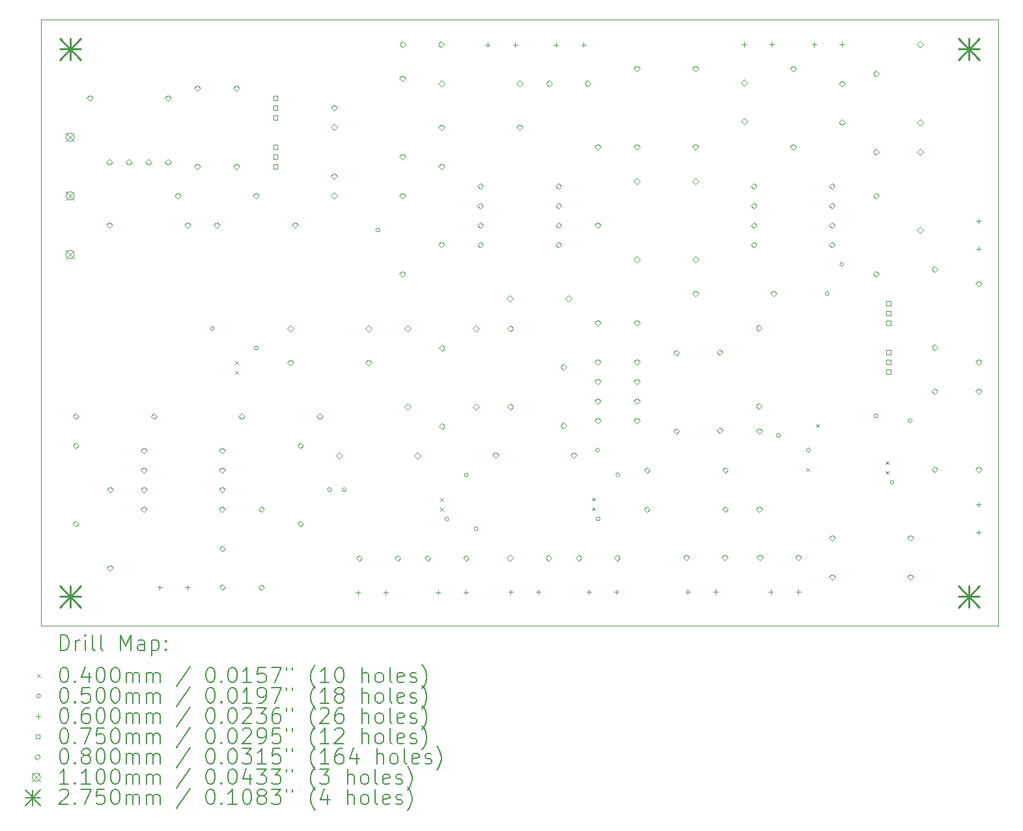
<source format=gbr>
%TF.GenerationSoftware,KiCad,Pcbnew,6.0.8*%
%TF.CreationDate,2022-10-28T14:07:03-07:00*%
%TF.ProjectId,pre-amp52,7072652d-616d-4703-9532-2e6b69636164,rev?*%
%TF.SameCoordinates,Original*%
%TF.FileFunction,Drillmap*%
%TF.FilePolarity,Positive*%
%FSLAX45Y45*%
G04 Gerber Fmt 4.5, Leading zero omitted, Abs format (unit mm)*
G04 Created by KiCad (PCBNEW 6.0.8) date 2022-10-28 14:07:03*
%MOMM*%
%LPD*%
G01*
G04 APERTURE LIST*
%ADD10C,0.100000*%
%ADD11C,0.200000*%
%ADD12C,0.040000*%
%ADD13C,0.050000*%
%ADD14C,0.060000*%
%ADD15C,0.075000*%
%ADD16C,0.080000*%
%ADD17C,0.110000*%
%ADD18C,0.275000*%
G04 APERTURE END LIST*
D10*
X4572000Y-8382000D02*
X17018000Y-8382000D01*
X17018000Y-8382000D02*
X17018000Y-16256000D01*
X17018000Y-16256000D02*
X4572000Y-16256000D01*
X4572000Y-16256000D02*
X4572000Y-8382000D01*
X16510000Y-16256000D02*
X16510000Y-16256000D01*
X16510000Y-16256000D02*
X16510000Y-16256000D01*
X16510000Y-16256000D02*
X16510000Y-16256000D01*
X16510000Y-16256000D02*
X16510000Y-16256000D01*
D11*
D12*
X7099250Y-12814250D02*
X7139250Y-12854250D01*
X7139250Y-12814250D02*
X7099250Y-12854250D01*
X7099250Y-12941250D02*
X7139250Y-12981250D01*
X7139250Y-12941250D02*
X7099250Y-12981250D01*
X9766250Y-14592250D02*
X9806250Y-14632250D01*
X9806250Y-14592250D02*
X9766250Y-14632250D01*
X9766250Y-14719250D02*
X9806250Y-14759250D01*
X9806250Y-14719250D02*
X9766250Y-14759250D01*
X11734750Y-14589000D02*
X11774750Y-14629000D01*
X11774750Y-14589000D02*
X11734750Y-14629000D01*
X11734750Y-14716000D02*
X11774750Y-14756000D01*
X11774750Y-14716000D02*
X11734750Y-14756000D01*
X14521500Y-14204000D02*
X14561500Y-14244000D01*
X14561500Y-14204000D02*
X14521500Y-14244000D01*
X14648500Y-13632500D02*
X14688500Y-13672500D01*
X14688500Y-13632500D02*
X14648500Y-13672500D01*
X15556211Y-14115250D02*
X15596211Y-14155250D01*
X15596211Y-14115250D02*
X15556211Y-14155250D01*
X15556211Y-14242250D02*
X15596211Y-14282250D01*
X15596211Y-14242250D02*
X15556211Y-14282250D01*
D13*
X6826750Y-12389750D02*
G75*
G03*
X6826750Y-12389750I-25000J0D01*
G01*
X7398250Y-12643750D02*
G75*
G03*
X7398250Y-12643750I-25000J0D01*
G01*
X8350750Y-14485250D02*
G75*
G03*
X8350750Y-14485250I-25000J0D01*
G01*
X8541250Y-14485250D02*
G75*
G03*
X8541250Y-14485250I-25000J0D01*
G01*
X8978500Y-11112500D02*
G75*
G03*
X8978500Y-11112500I-25000J0D01*
G01*
X9874750Y-14866250D02*
G75*
G03*
X9874750Y-14866250I-25000J0D01*
G01*
X10128750Y-14294750D02*
G75*
G03*
X10128750Y-14294750I-25000J0D01*
G01*
X10255750Y-14993250D02*
G75*
G03*
X10255750Y-14993250I-25000J0D01*
G01*
X11836000Y-13970000D02*
G75*
G03*
X11836000Y-13970000I-25000J0D01*
G01*
X11843250Y-14863000D02*
G75*
G03*
X11843250Y-14863000I-25000J0D01*
G01*
X12097250Y-14291500D02*
G75*
G03*
X12097250Y-14291500I-25000J0D01*
G01*
X14185500Y-13779500D02*
G75*
G03*
X14185500Y-13779500I-25000J0D01*
G01*
X14575450Y-13970000D02*
G75*
G03*
X14575450Y-13970000I-25000J0D01*
G01*
X14820500Y-11938000D02*
G75*
G03*
X14820500Y-11938000I-25000J0D01*
G01*
X15011000Y-11557000D02*
G75*
G03*
X15011000Y-11557000I-25000J0D01*
G01*
X15455500Y-13525500D02*
G75*
G03*
X15455500Y-13525500I-25000J0D01*
G01*
X15664711Y-14389250D02*
G75*
G03*
X15664711Y-14389250I-25000J0D01*
G01*
X15900000Y-13589000D02*
G75*
G03*
X15900000Y-13589000I-25000J0D01*
G01*
D14*
X6115750Y-15724250D02*
X6115750Y-15784250D01*
X6085750Y-15754250D02*
X6145750Y-15754250D01*
X6475750Y-15724250D02*
X6475750Y-15784250D01*
X6445750Y-15754250D02*
X6505750Y-15754250D01*
X8693750Y-15792750D02*
X8693750Y-15852750D01*
X8663750Y-15822750D02*
X8723750Y-15822750D01*
X9053750Y-15792750D02*
X9053750Y-15852750D01*
X9023750Y-15822750D02*
X9083750Y-15822750D01*
X9737250Y-15788750D02*
X9737250Y-15848750D01*
X9707250Y-15818750D02*
X9767250Y-15818750D01*
X10097250Y-15788750D02*
X10097250Y-15848750D01*
X10067250Y-15818750D02*
X10127250Y-15818750D01*
X10380750Y-8675750D02*
X10380750Y-8735750D01*
X10350750Y-8705750D02*
X10410750Y-8705750D01*
X10681750Y-15785500D02*
X10681750Y-15845500D01*
X10651750Y-15815500D02*
X10711750Y-15815500D01*
X10740750Y-8675750D02*
X10740750Y-8735750D01*
X10710750Y-8705750D02*
X10770750Y-8705750D01*
X11041750Y-15785500D02*
X11041750Y-15845500D01*
X11011750Y-15815500D02*
X11071750Y-15815500D01*
X11269750Y-8675750D02*
X11269750Y-8735750D01*
X11239750Y-8705750D02*
X11299750Y-8705750D01*
X11629750Y-8675750D02*
X11629750Y-8735750D01*
X11599750Y-8705750D02*
X11659750Y-8705750D01*
X11697750Y-15785500D02*
X11697750Y-15845500D01*
X11667750Y-15815500D02*
X11727750Y-15815500D01*
X12057750Y-15785500D02*
X12057750Y-15845500D01*
X12027750Y-15815500D02*
X12087750Y-15815500D01*
X12982250Y-15781500D02*
X12982250Y-15841500D01*
X12952250Y-15811500D02*
X13012250Y-15811500D01*
X13342250Y-15781500D02*
X13342250Y-15841500D01*
X13312250Y-15811500D02*
X13372250Y-15811500D01*
X13713800Y-8669500D02*
X13713800Y-8729500D01*
X13683800Y-8699500D02*
X13743800Y-8699500D01*
X14061750Y-15781500D02*
X14061750Y-15841500D01*
X14031750Y-15811500D02*
X14091750Y-15811500D01*
X14073800Y-8669500D02*
X14073800Y-8729500D01*
X14043800Y-8699500D02*
X14103800Y-8699500D01*
X14421750Y-15781500D02*
X14421750Y-15841500D01*
X14391750Y-15811500D02*
X14451750Y-15811500D01*
X14626000Y-8669500D02*
X14626000Y-8729500D01*
X14596000Y-8699500D02*
X14656000Y-8699500D01*
X14986000Y-8669500D02*
X14986000Y-8729500D01*
X14956000Y-8699500D02*
X15016000Y-8699500D01*
X16764000Y-10966000D02*
X16764000Y-11026000D01*
X16734000Y-10996000D02*
X16794000Y-10996000D01*
X16764000Y-11326000D02*
X16764000Y-11386000D01*
X16734000Y-11356000D02*
X16794000Y-11356000D01*
X16764000Y-14649000D02*
X16764000Y-14709000D01*
X16734000Y-14679000D02*
X16794000Y-14679000D01*
X16764000Y-15009000D02*
X16764000Y-15069000D01*
X16734000Y-15039000D02*
X16794000Y-15039000D01*
D15*
X7646517Y-9424517D02*
X7646517Y-9371483D01*
X7593483Y-9371483D01*
X7593483Y-9424517D01*
X7646517Y-9424517D01*
X7646517Y-9551517D02*
X7646517Y-9498483D01*
X7593483Y-9498483D01*
X7593483Y-9551517D01*
X7646517Y-9551517D01*
X7646517Y-9678517D02*
X7646517Y-9625483D01*
X7593483Y-9625483D01*
X7593483Y-9678517D01*
X7646517Y-9678517D01*
X7646517Y-10059517D02*
X7646517Y-10006483D01*
X7593483Y-10006483D01*
X7593483Y-10059517D01*
X7646517Y-10059517D01*
X7646517Y-10186517D02*
X7646517Y-10133483D01*
X7593483Y-10133483D01*
X7593483Y-10186517D01*
X7646517Y-10186517D01*
X7646517Y-10313517D02*
X7646517Y-10260483D01*
X7593483Y-10260483D01*
X7593483Y-10313517D01*
X7646517Y-10313517D01*
X15620017Y-12091517D02*
X15620017Y-12038483D01*
X15566983Y-12038483D01*
X15566983Y-12091517D01*
X15620017Y-12091517D01*
X15620017Y-12218517D02*
X15620017Y-12165483D01*
X15566983Y-12165483D01*
X15566983Y-12218517D01*
X15620017Y-12218517D01*
X15620017Y-12345517D02*
X15620017Y-12292483D01*
X15566983Y-12292483D01*
X15566983Y-12345517D01*
X15620017Y-12345517D01*
X15620017Y-12726517D02*
X15620017Y-12673483D01*
X15566983Y-12673483D01*
X15566983Y-12726517D01*
X15620017Y-12726517D01*
X15620017Y-12853517D02*
X15620017Y-12800483D01*
X15566983Y-12800483D01*
X15566983Y-12853517D01*
X15620017Y-12853517D01*
X15620017Y-12980517D02*
X15620017Y-12927483D01*
X15566983Y-12927483D01*
X15566983Y-12980517D01*
X15620017Y-12980517D01*
D16*
X5025750Y-13571750D02*
X5065750Y-13531750D01*
X5025750Y-13491750D01*
X4985750Y-13531750D01*
X5025750Y-13571750D01*
X5025750Y-13952750D02*
X5065750Y-13912750D01*
X5025750Y-13872750D01*
X4985750Y-13912750D01*
X5025750Y-13952750D01*
X5025750Y-14968750D02*
X5065750Y-14928750D01*
X5025750Y-14888750D01*
X4985750Y-14928750D01*
X5025750Y-14968750D01*
X5207000Y-9438000D02*
X5247000Y-9398000D01*
X5207000Y-9358000D01*
X5167000Y-9398000D01*
X5207000Y-9438000D01*
X5461000Y-11089000D02*
X5501000Y-11049000D01*
X5461000Y-11009000D01*
X5421000Y-11049000D01*
X5461000Y-11089000D01*
X5461750Y-10268000D02*
X5501750Y-10228000D01*
X5461750Y-10188000D01*
X5421750Y-10228000D01*
X5461750Y-10268000D01*
X5470250Y-14524250D02*
X5510250Y-14484250D01*
X5470250Y-14444250D01*
X5430250Y-14484250D01*
X5470250Y-14524250D01*
X5470250Y-15540250D02*
X5510250Y-15500250D01*
X5470250Y-15460250D01*
X5430250Y-15500250D01*
X5470250Y-15540250D01*
X5715750Y-10268000D02*
X5755750Y-10228000D01*
X5715750Y-10188000D01*
X5675750Y-10228000D01*
X5715750Y-10268000D01*
X5912750Y-14017250D02*
X5952750Y-13977250D01*
X5912750Y-13937250D01*
X5872750Y-13977250D01*
X5912750Y-14017250D01*
X5912750Y-14271250D02*
X5952750Y-14231250D01*
X5912750Y-14191250D01*
X5872750Y-14231250D01*
X5912750Y-14271250D01*
X5912750Y-14525250D02*
X5952750Y-14485250D01*
X5912750Y-14445250D01*
X5872750Y-14485250D01*
X5912750Y-14525250D01*
X5912750Y-14779250D02*
X5952750Y-14739250D01*
X5912750Y-14699250D01*
X5872750Y-14739250D01*
X5912750Y-14779250D01*
X5969750Y-10268000D02*
X6009750Y-10228000D01*
X5969750Y-10188000D01*
X5929750Y-10228000D01*
X5969750Y-10268000D01*
X6041750Y-13571750D02*
X6081750Y-13531750D01*
X6041750Y-13491750D01*
X6001750Y-13531750D01*
X6041750Y-13571750D01*
X6223000Y-9438000D02*
X6263000Y-9398000D01*
X6223000Y-9358000D01*
X6183000Y-9398000D01*
X6223000Y-9438000D01*
X6223750Y-10268000D02*
X6263750Y-10228000D01*
X6223750Y-10188000D01*
X6183750Y-10228000D01*
X6223750Y-10268000D01*
X6350000Y-10708000D02*
X6390000Y-10668000D01*
X6350000Y-10628000D01*
X6310000Y-10668000D01*
X6350000Y-10708000D01*
X6477000Y-11089000D02*
X6517000Y-11049000D01*
X6477000Y-11009000D01*
X6437000Y-11049000D01*
X6477000Y-11089000D01*
X6604000Y-9311000D02*
X6644000Y-9271000D01*
X6604000Y-9231000D01*
X6564000Y-9271000D01*
X6604000Y-9311000D01*
X6604000Y-10327000D02*
X6644000Y-10287000D01*
X6604000Y-10247000D01*
X6564000Y-10287000D01*
X6604000Y-10327000D01*
X6858000Y-11089000D02*
X6898000Y-11049000D01*
X6858000Y-11009000D01*
X6818000Y-11049000D01*
X6858000Y-11089000D01*
X6928750Y-14017250D02*
X6968750Y-13977250D01*
X6928750Y-13937250D01*
X6888750Y-13977250D01*
X6928750Y-14017250D01*
X6928750Y-14271250D02*
X6968750Y-14231250D01*
X6928750Y-14191250D01*
X6888750Y-14231250D01*
X6928750Y-14271250D01*
X6928750Y-14525250D02*
X6968750Y-14485250D01*
X6928750Y-14445250D01*
X6888750Y-14485250D01*
X6928750Y-14525250D01*
X6928750Y-14779250D02*
X6968750Y-14739250D01*
X6928750Y-14699250D01*
X6888750Y-14739250D01*
X6928750Y-14779250D01*
X6930750Y-15290250D02*
X6970750Y-15250250D01*
X6930750Y-15210250D01*
X6890750Y-15250250D01*
X6930750Y-15290250D01*
X6930750Y-15790250D02*
X6970750Y-15750250D01*
X6930750Y-15710250D01*
X6890750Y-15750250D01*
X6930750Y-15790250D01*
X7112000Y-9311000D02*
X7152000Y-9271000D01*
X7112000Y-9231000D01*
X7072000Y-9271000D01*
X7112000Y-9311000D01*
X7112000Y-10327000D02*
X7152000Y-10287000D01*
X7112000Y-10247000D01*
X7072000Y-10287000D01*
X7112000Y-10327000D01*
X7182750Y-13571750D02*
X7222750Y-13531750D01*
X7182750Y-13491750D01*
X7142750Y-13531750D01*
X7182750Y-13571750D01*
X7366000Y-10708000D02*
X7406000Y-10668000D01*
X7366000Y-10628000D01*
X7326000Y-10668000D01*
X7366000Y-10708000D01*
X7438750Y-14778250D02*
X7478750Y-14738250D01*
X7438750Y-14698250D01*
X7398750Y-14738250D01*
X7438750Y-14778250D01*
X7438750Y-15794250D02*
X7478750Y-15754250D01*
X7438750Y-15714250D01*
X7398750Y-15754250D01*
X7438750Y-15794250D01*
X7817750Y-12429750D02*
X7857750Y-12389750D01*
X7817750Y-12349750D01*
X7777750Y-12389750D01*
X7817750Y-12429750D01*
X7817750Y-12874250D02*
X7857750Y-12834250D01*
X7817750Y-12794250D01*
X7777750Y-12834250D01*
X7817750Y-12874250D01*
X7874000Y-11089000D02*
X7914000Y-11049000D01*
X7874000Y-11009000D01*
X7834000Y-11049000D01*
X7874000Y-11089000D01*
X7946750Y-13952750D02*
X7986750Y-13912750D01*
X7946750Y-13872750D01*
X7906750Y-13912750D01*
X7946750Y-13952750D01*
X7946750Y-14968750D02*
X7986750Y-14928750D01*
X7946750Y-14888750D01*
X7906750Y-14928750D01*
X7946750Y-14968750D01*
X8198750Y-13571750D02*
X8238750Y-13531750D01*
X8198750Y-13491750D01*
X8158750Y-13531750D01*
X8198750Y-13571750D01*
X8382000Y-9565000D02*
X8422000Y-9525000D01*
X8382000Y-9485000D01*
X8342000Y-9525000D01*
X8382000Y-9565000D01*
X8382000Y-9815000D02*
X8422000Y-9775000D01*
X8382000Y-9735000D01*
X8342000Y-9775000D01*
X8382000Y-9815000D01*
X8382000Y-10454000D02*
X8422000Y-10414000D01*
X8382000Y-10374000D01*
X8342000Y-10414000D01*
X8382000Y-10454000D01*
X8382000Y-10704000D02*
X8422000Y-10664000D01*
X8382000Y-10624000D01*
X8342000Y-10664000D01*
X8382000Y-10704000D01*
X8452750Y-14080750D02*
X8492750Y-14040750D01*
X8452750Y-14000750D01*
X8412750Y-14040750D01*
X8452750Y-14080750D01*
X8710750Y-15414250D02*
X8750750Y-15374250D01*
X8710750Y-15334250D01*
X8670750Y-15374250D01*
X8710750Y-15414250D01*
X8833750Y-12429750D02*
X8873750Y-12389750D01*
X8833750Y-12349750D01*
X8793750Y-12389750D01*
X8833750Y-12429750D01*
X8833750Y-12874250D02*
X8873750Y-12834250D01*
X8833750Y-12794250D01*
X8793750Y-12834250D01*
X8833750Y-12874250D01*
X9210750Y-15414250D02*
X9250750Y-15374250D01*
X9210750Y-15334250D01*
X9170750Y-15374250D01*
X9210750Y-15414250D01*
X9271000Y-9184000D02*
X9311000Y-9144000D01*
X9271000Y-9104000D01*
X9231000Y-9144000D01*
X9271000Y-9184000D01*
X9271000Y-10200000D02*
X9311000Y-10160000D01*
X9271000Y-10120000D01*
X9231000Y-10160000D01*
X9271000Y-10200000D01*
X9271000Y-10708000D02*
X9311000Y-10668000D01*
X9271000Y-10628000D01*
X9231000Y-10668000D01*
X9271000Y-10708000D01*
X9271000Y-11724000D02*
X9311000Y-11684000D01*
X9271000Y-11644000D01*
X9231000Y-11684000D01*
X9271000Y-11724000D01*
X9275000Y-8739500D02*
X9315000Y-8699500D01*
X9275000Y-8659500D01*
X9235000Y-8699500D01*
X9275000Y-8739500D01*
X9341750Y-12429750D02*
X9381750Y-12389750D01*
X9341750Y-12349750D01*
X9301750Y-12389750D01*
X9341750Y-12429750D01*
X9341750Y-13445750D02*
X9381750Y-13405750D01*
X9341750Y-13365750D01*
X9301750Y-13405750D01*
X9341750Y-13445750D01*
X9468750Y-14080750D02*
X9508750Y-14040750D01*
X9468750Y-14000750D01*
X9428750Y-14040750D01*
X9468750Y-14080750D01*
X9599750Y-15414250D02*
X9639750Y-15374250D01*
X9599750Y-15334250D01*
X9559750Y-15374250D01*
X9599750Y-15414250D01*
X9775000Y-8739500D02*
X9815000Y-8699500D01*
X9775000Y-8659500D01*
X9735000Y-8699500D01*
X9775000Y-8739500D01*
X9779000Y-9247500D02*
X9819000Y-9207500D01*
X9779000Y-9167500D01*
X9739000Y-9207500D01*
X9779000Y-9247500D01*
X9779000Y-9819000D02*
X9819000Y-9779000D01*
X9779000Y-9739000D01*
X9739000Y-9779000D01*
X9779000Y-9819000D01*
X9779000Y-10327000D02*
X9819000Y-10287000D01*
X9779000Y-10247000D01*
X9739000Y-10287000D01*
X9779000Y-10327000D01*
X9779000Y-11343000D02*
X9819000Y-11303000D01*
X9779000Y-11263000D01*
X9739000Y-11303000D01*
X9779000Y-11343000D01*
X9786250Y-12683750D02*
X9826250Y-12643750D01*
X9786250Y-12603750D01*
X9746250Y-12643750D01*
X9786250Y-12683750D01*
X9786250Y-13699750D02*
X9826250Y-13659750D01*
X9786250Y-13619750D01*
X9746250Y-13659750D01*
X9786250Y-13699750D01*
X10099750Y-15414250D02*
X10139750Y-15374250D01*
X10099750Y-15334250D01*
X10059750Y-15374250D01*
X10099750Y-15414250D01*
X10230750Y-12429750D02*
X10270750Y-12389750D01*
X10230750Y-12349750D01*
X10190750Y-12389750D01*
X10230750Y-12429750D01*
X10230750Y-13445750D02*
X10270750Y-13405750D01*
X10230750Y-13365750D01*
X10190750Y-13405750D01*
X10230750Y-13445750D01*
X10285000Y-10582000D02*
X10325000Y-10542000D01*
X10285000Y-10502000D01*
X10245000Y-10542000D01*
X10285000Y-10582000D01*
X10285000Y-10836000D02*
X10325000Y-10796000D01*
X10285000Y-10756000D01*
X10245000Y-10796000D01*
X10285000Y-10836000D01*
X10285000Y-11090000D02*
X10325000Y-11050000D01*
X10285000Y-11010000D01*
X10245000Y-11050000D01*
X10285000Y-11090000D01*
X10285000Y-11344000D02*
X10325000Y-11304000D01*
X10285000Y-11264000D01*
X10245000Y-11304000D01*
X10285000Y-11344000D01*
X10484750Y-14077500D02*
X10524750Y-14037500D01*
X10484750Y-13997500D01*
X10444750Y-14037500D01*
X10484750Y-14077500D01*
X10668000Y-12041500D02*
X10708000Y-12001500D01*
X10668000Y-11961500D01*
X10628000Y-12001500D01*
X10668000Y-12041500D01*
X10671250Y-15411000D02*
X10711250Y-15371000D01*
X10671250Y-15331000D01*
X10631250Y-15371000D01*
X10671250Y-15411000D01*
X10675250Y-12429750D02*
X10715250Y-12389750D01*
X10675250Y-12349750D01*
X10635250Y-12389750D01*
X10675250Y-12429750D01*
X10675250Y-13445750D02*
X10715250Y-13405750D01*
X10675250Y-13365750D01*
X10635250Y-13405750D01*
X10675250Y-13445750D01*
X10795000Y-9247500D02*
X10835000Y-9207500D01*
X10795000Y-9167500D01*
X10755000Y-9207500D01*
X10795000Y-9247500D01*
X10795000Y-9819000D02*
X10835000Y-9779000D01*
X10795000Y-9739000D01*
X10755000Y-9779000D01*
X10795000Y-9819000D01*
X11171250Y-15411000D02*
X11211250Y-15371000D01*
X11171250Y-15331000D01*
X11131250Y-15371000D01*
X11171250Y-15411000D01*
X11180000Y-9247500D02*
X11220000Y-9207500D01*
X11180000Y-9167500D01*
X11140000Y-9207500D01*
X11180000Y-9247500D01*
X11301000Y-10582000D02*
X11341000Y-10542000D01*
X11301000Y-10502000D01*
X11261000Y-10542000D01*
X11301000Y-10582000D01*
X11301000Y-10836000D02*
X11341000Y-10796000D01*
X11301000Y-10756000D01*
X11261000Y-10796000D01*
X11301000Y-10836000D01*
X11301000Y-11090000D02*
X11341000Y-11050000D01*
X11301000Y-11010000D01*
X11261000Y-11050000D01*
X11301000Y-11090000D01*
X11301000Y-11344000D02*
X11341000Y-11304000D01*
X11301000Y-11264000D01*
X11261000Y-11304000D01*
X11301000Y-11344000D01*
X11366500Y-12930500D02*
X11406500Y-12890500D01*
X11366500Y-12850500D01*
X11326500Y-12890500D01*
X11366500Y-12930500D01*
X11366500Y-13692500D02*
X11406500Y-13652500D01*
X11366500Y-13612500D01*
X11326500Y-13652500D01*
X11366500Y-13692500D01*
X11430000Y-12041500D02*
X11470000Y-12001500D01*
X11430000Y-11961500D01*
X11390000Y-12001500D01*
X11430000Y-12041500D01*
X11500750Y-14077500D02*
X11540750Y-14037500D01*
X11500750Y-13997500D01*
X11460750Y-14037500D01*
X11500750Y-14077500D01*
X11564250Y-15411000D02*
X11604250Y-15371000D01*
X11564250Y-15331000D01*
X11524250Y-15371000D01*
X11564250Y-15411000D01*
X11680000Y-9247500D02*
X11720000Y-9207500D01*
X11680000Y-9167500D01*
X11640000Y-9207500D01*
X11680000Y-9247500D01*
X11811000Y-10073000D02*
X11851000Y-10033000D01*
X11811000Y-9993000D01*
X11771000Y-10033000D01*
X11811000Y-10073000D01*
X11811000Y-11089000D02*
X11851000Y-11049000D01*
X11811000Y-11009000D01*
X11771000Y-11049000D01*
X11811000Y-11089000D01*
X11811000Y-12359000D02*
X11851000Y-12319000D01*
X11811000Y-12279000D01*
X11771000Y-12319000D01*
X11811000Y-12359000D01*
X11811000Y-12867000D02*
X11851000Y-12827000D01*
X11811000Y-12787000D01*
X11771000Y-12827000D01*
X11811000Y-12867000D01*
X11811000Y-13121000D02*
X11851000Y-13081000D01*
X11811000Y-13041000D01*
X11771000Y-13081000D01*
X11811000Y-13121000D01*
X11811000Y-13375000D02*
X11851000Y-13335000D01*
X11811000Y-13295000D01*
X11771000Y-13335000D01*
X11811000Y-13375000D01*
X11811000Y-13629000D02*
X11851000Y-13589000D01*
X11811000Y-13549000D01*
X11771000Y-13589000D01*
X11811000Y-13629000D01*
X12064250Y-15411000D02*
X12104250Y-15371000D01*
X12064250Y-15331000D01*
X12024250Y-15371000D01*
X12064250Y-15411000D01*
X12319000Y-9057000D02*
X12359000Y-9017000D01*
X12319000Y-8977000D01*
X12279000Y-9017000D01*
X12319000Y-9057000D01*
X12319000Y-10073000D02*
X12359000Y-10033000D01*
X12319000Y-9993000D01*
X12279000Y-10033000D01*
X12319000Y-10073000D01*
X12319000Y-10517500D02*
X12359000Y-10477500D01*
X12319000Y-10437500D01*
X12279000Y-10477500D01*
X12319000Y-10517500D01*
X12319000Y-11533500D02*
X12359000Y-11493500D01*
X12319000Y-11453500D01*
X12279000Y-11493500D01*
X12319000Y-11533500D01*
X12319000Y-12359000D02*
X12359000Y-12319000D01*
X12319000Y-12279000D01*
X12279000Y-12319000D01*
X12319000Y-12359000D01*
X12319000Y-12867000D02*
X12359000Y-12827000D01*
X12319000Y-12787000D01*
X12279000Y-12827000D01*
X12319000Y-12867000D01*
X12319000Y-13121000D02*
X12359000Y-13081000D01*
X12319000Y-13041000D01*
X12279000Y-13081000D01*
X12319000Y-13121000D01*
X12319000Y-13375000D02*
X12359000Y-13335000D01*
X12319000Y-13295000D01*
X12279000Y-13335000D01*
X12319000Y-13375000D01*
X12319000Y-13629000D02*
X12359000Y-13589000D01*
X12319000Y-13549000D01*
X12279000Y-13589000D01*
X12319000Y-13629000D01*
X12453250Y-14271250D02*
X12493250Y-14231250D01*
X12453250Y-14191250D01*
X12413250Y-14231250D01*
X12453250Y-14271250D01*
X12453250Y-14779250D02*
X12493250Y-14739250D01*
X12453250Y-14699250D01*
X12413250Y-14739250D01*
X12453250Y-14779250D01*
X12834250Y-12747250D02*
X12874250Y-12707250D01*
X12834250Y-12667250D01*
X12794250Y-12707250D01*
X12834250Y-12747250D01*
X12834250Y-13763250D02*
X12874250Y-13723250D01*
X12834250Y-13683250D01*
X12794250Y-13723250D01*
X12834250Y-13763250D01*
X12965250Y-15407000D02*
X13005250Y-15367000D01*
X12965250Y-15327000D01*
X12925250Y-15367000D01*
X12965250Y-15407000D01*
X13081000Y-9057000D02*
X13121000Y-9017000D01*
X13081000Y-8977000D01*
X13041000Y-9017000D01*
X13081000Y-9057000D01*
X13081000Y-10073000D02*
X13121000Y-10033000D01*
X13081000Y-9993000D01*
X13041000Y-10033000D01*
X13081000Y-10073000D01*
X13081000Y-10517500D02*
X13121000Y-10477500D01*
X13081000Y-10437500D01*
X13041000Y-10477500D01*
X13081000Y-10517500D01*
X13081000Y-11533500D02*
X13121000Y-11493500D01*
X13081000Y-11453500D01*
X13041000Y-11493500D01*
X13081000Y-11533500D01*
X13081000Y-11978000D02*
X13121000Y-11938000D01*
X13081000Y-11898000D01*
X13041000Y-11938000D01*
X13081000Y-11978000D01*
X13398500Y-12740000D02*
X13438500Y-12700000D01*
X13398500Y-12660000D01*
X13358500Y-12700000D01*
X13398500Y-12740000D01*
X13398500Y-13756000D02*
X13438500Y-13716000D01*
X13398500Y-13676000D01*
X13358500Y-13716000D01*
X13398500Y-13756000D01*
X13465250Y-15407000D02*
X13505250Y-15367000D01*
X13465250Y-15327000D01*
X13425250Y-15367000D01*
X13465250Y-15407000D01*
X13469250Y-14271250D02*
X13509250Y-14231250D01*
X13469250Y-14191250D01*
X13429250Y-14231250D01*
X13469250Y-14271250D01*
X13469250Y-14779250D02*
X13509250Y-14739250D01*
X13469250Y-14699250D01*
X13429250Y-14739250D01*
X13469250Y-14779250D01*
X13716000Y-9238800D02*
X13756000Y-9198800D01*
X13716000Y-9158800D01*
X13676000Y-9198800D01*
X13716000Y-9238800D01*
X13716000Y-9738800D02*
X13756000Y-9698800D01*
X13716000Y-9658800D01*
X13676000Y-9698800D01*
X13716000Y-9738800D01*
X13841000Y-10582000D02*
X13881000Y-10542000D01*
X13841000Y-10502000D01*
X13801000Y-10542000D01*
X13841000Y-10582000D01*
X13841000Y-10836000D02*
X13881000Y-10796000D01*
X13841000Y-10756000D01*
X13801000Y-10796000D01*
X13841000Y-10836000D01*
X13841000Y-11090000D02*
X13881000Y-11050000D01*
X13841000Y-11010000D01*
X13801000Y-11050000D01*
X13841000Y-11090000D01*
X13841000Y-11344000D02*
X13881000Y-11304000D01*
X13841000Y-11264000D01*
X13801000Y-11304000D01*
X13841000Y-11344000D01*
X13906500Y-12422500D02*
X13946500Y-12382500D01*
X13906500Y-12342500D01*
X13866500Y-12382500D01*
X13906500Y-12422500D01*
X13906500Y-13438500D02*
X13946500Y-13398500D01*
X13906500Y-13358500D01*
X13866500Y-13398500D01*
X13906500Y-13438500D01*
X13913750Y-13763250D02*
X13953750Y-13723250D01*
X13913750Y-13683250D01*
X13873750Y-13723250D01*
X13913750Y-13763250D01*
X13913750Y-14779250D02*
X13953750Y-14739250D01*
X13913750Y-14699250D01*
X13873750Y-14739250D01*
X13913750Y-14779250D01*
X13921750Y-15407000D02*
X13961750Y-15367000D01*
X13921750Y-15327000D01*
X13881750Y-15367000D01*
X13921750Y-15407000D01*
X14097000Y-11978000D02*
X14137000Y-11938000D01*
X14097000Y-11898000D01*
X14057000Y-11938000D01*
X14097000Y-11978000D01*
X14351000Y-9057000D02*
X14391000Y-9017000D01*
X14351000Y-8977000D01*
X14311000Y-9017000D01*
X14351000Y-9057000D01*
X14351000Y-10073000D02*
X14391000Y-10033000D01*
X14351000Y-9993000D01*
X14311000Y-10033000D01*
X14351000Y-10073000D01*
X14421750Y-15407000D02*
X14461750Y-15367000D01*
X14421750Y-15327000D01*
X14381750Y-15367000D01*
X14421750Y-15407000D01*
X14857000Y-10582000D02*
X14897000Y-10542000D01*
X14857000Y-10502000D01*
X14817000Y-10542000D01*
X14857000Y-10582000D01*
X14857000Y-10836000D02*
X14897000Y-10796000D01*
X14857000Y-10756000D01*
X14817000Y-10796000D01*
X14857000Y-10836000D01*
X14857000Y-11090000D02*
X14897000Y-11050000D01*
X14857000Y-11010000D01*
X14817000Y-11050000D01*
X14857000Y-11090000D01*
X14857000Y-11344000D02*
X14897000Y-11304000D01*
X14857000Y-11264000D01*
X14817000Y-11304000D01*
X14857000Y-11344000D01*
X14859000Y-15153000D02*
X14899000Y-15113000D01*
X14859000Y-15073000D01*
X14819000Y-15113000D01*
X14859000Y-15153000D01*
X14859000Y-15661000D02*
X14899000Y-15621000D01*
X14859000Y-15581000D01*
X14819000Y-15621000D01*
X14859000Y-15661000D01*
X14986000Y-9251500D02*
X15026000Y-9211500D01*
X14986000Y-9171500D01*
X14946000Y-9211500D01*
X14986000Y-9251500D01*
X14986000Y-9751500D02*
X15026000Y-9711500D01*
X14986000Y-9671500D01*
X14946000Y-9711500D01*
X14986000Y-9751500D01*
X15430500Y-9120500D02*
X15470500Y-9080500D01*
X15430500Y-9040500D01*
X15390500Y-9080500D01*
X15430500Y-9120500D01*
X15430500Y-10136500D02*
X15470500Y-10096500D01*
X15430500Y-10056500D01*
X15390500Y-10096500D01*
X15430500Y-10136500D01*
X15430500Y-10708000D02*
X15470500Y-10668000D01*
X15430500Y-10628000D01*
X15390500Y-10668000D01*
X15430500Y-10708000D01*
X15430500Y-11724000D02*
X15470500Y-11684000D01*
X15430500Y-11644000D01*
X15390500Y-11684000D01*
X15430500Y-11724000D01*
X15875000Y-15153000D02*
X15915000Y-15113000D01*
X15875000Y-15073000D01*
X15835000Y-15113000D01*
X15875000Y-15153000D01*
X15875000Y-15661000D02*
X15915000Y-15621000D01*
X15875000Y-15581000D01*
X15835000Y-15621000D01*
X15875000Y-15661000D01*
X16002000Y-8739500D02*
X16042000Y-8699500D01*
X16002000Y-8659500D01*
X15962000Y-8699500D01*
X16002000Y-8739500D01*
X16002000Y-9755500D02*
X16042000Y-9715500D01*
X16002000Y-9675500D01*
X15962000Y-9715500D01*
X16002000Y-9755500D01*
X16002000Y-10136500D02*
X16042000Y-10096500D01*
X16002000Y-10056500D01*
X15962000Y-10096500D01*
X16002000Y-10136500D01*
X16002000Y-11152500D02*
X16042000Y-11112500D01*
X16002000Y-11072500D01*
X15962000Y-11112500D01*
X16002000Y-11152500D01*
X16192500Y-11660500D02*
X16232500Y-11620500D01*
X16192500Y-11580500D01*
X16152500Y-11620500D01*
X16192500Y-11660500D01*
X16192500Y-12676500D02*
X16232500Y-12636500D01*
X16192500Y-12596500D01*
X16152500Y-12636500D01*
X16192500Y-12676500D01*
X16192500Y-13248000D02*
X16232500Y-13208000D01*
X16192500Y-13168000D01*
X16152500Y-13208000D01*
X16192500Y-13248000D01*
X16192500Y-14264000D02*
X16232500Y-14224000D01*
X16192500Y-14184000D01*
X16152500Y-14224000D01*
X16192500Y-14264000D01*
X16764000Y-11851000D02*
X16804000Y-11811000D01*
X16764000Y-11771000D01*
X16724000Y-11811000D01*
X16764000Y-11851000D01*
X16764000Y-12867000D02*
X16804000Y-12827000D01*
X16764000Y-12787000D01*
X16724000Y-12827000D01*
X16764000Y-12867000D01*
X16764000Y-13248000D02*
X16804000Y-13208000D01*
X16764000Y-13168000D01*
X16724000Y-13208000D01*
X16764000Y-13248000D01*
X16764000Y-14264000D02*
X16804000Y-14224000D01*
X16764000Y-14184000D01*
X16724000Y-14224000D01*
X16764000Y-14264000D01*
D17*
X4898000Y-9851000D02*
X5008000Y-9961000D01*
X5008000Y-9851000D02*
X4898000Y-9961000D01*
X5008000Y-9906000D02*
G75*
G03*
X5008000Y-9906000I-55000J0D01*
G01*
X4898000Y-10613000D02*
X5008000Y-10723000D01*
X5008000Y-10613000D02*
X4898000Y-10723000D01*
X5008000Y-10668000D02*
G75*
G03*
X5008000Y-10668000I-55000J0D01*
G01*
X4898000Y-11375000D02*
X5008000Y-11485000D01*
X5008000Y-11375000D02*
X4898000Y-11485000D01*
X5008000Y-11430000D02*
G75*
G03*
X5008000Y-11430000I-55000J0D01*
G01*
D18*
X4815500Y-8625500D02*
X5090500Y-8900500D01*
X5090500Y-8625500D02*
X4815500Y-8900500D01*
X4953000Y-8625500D02*
X4953000Y-8900500D01*
X4815500Y-8763000D02*
X5090500Y-8763000D01*
X4815500Y-15737500D02*
X5090500Y-16012500D01*
X5090500Y-15737500D02*
X4815500Y-16012500D01*
X4953000Y-15737500D02*
X4953000Y-16012500D01*
X4815500Y-15875000D02*
X5090500Y-15875000D01*
X16499500Y-8625500D02*
X16774500Y-8900500D01*
X16774500Y-8625500D02*
X16499500Y-8900500D01*
X16637000Y-8625500D02*
X16637000Y-8900500D01*
X16499500Y-8763000D02*
X16774500Y-8763000D01*
X16499500Y-15737500D02*
X16774500Y-16012500D01*
X16774500Y-15737500D02*
X16499500Y-16012500D01*
X16637000Y-15737500D02*
X16637000Y-16012500D01*
X16499500Y-15875000D02*
X16774500Y-15875000D01*
D11*
X4824619Y-16571476D02*
X4824619Y-16371476D01*
X4872238Y-16371476D01*
X4900810Y-16381000D01*
X4919857Y-16400048D01*
X4929381Y-16419095D01*
X4938905Y-16457190D01*
X4938905Y-16485762D01*
X4929381Y-16523857D01*
X4919857Y-16542905D01*
X4900810Y-16561952D01*
X4872238Y-16571476D01*
X4824619Y-16571476D01*
X5024619Y-16571476D02*
X5024619Y-16438143D01*
X5024619Y-16476238D02*
X5034143Y-16457190D01*
X5043667Y-16447667D01*
X5062714Y-16438143D01*
X5081762Y-16438143D01*
X5148429Y-16571476D02*
X5148429Y-16438143D01*
X5148429Y-16371476D02*
X5138905Y-16381000D01*
X5148429Y-16390524D01*
X5157952Y-16381000D01*
X5148429Y-16371476D01*
X5148429Y-16390524D01*
X5272238Y-16571476D02*
X5253190Y-16561952D01*
X5243667Y-16542905D01*
X5243667Y-16371476D01*
X5377000Y-16571476D02*
X5357952Y-16561952D01*
X5348429Y-16542905D01*
X5348429Y-16371476D01*
X5605571Y-16571476D02*
X5605571Y-16371476D01*
X5672238Y-16514333D01*
X5738905Y-16371476D01*
X5738905Y-16571476D01*
X5919857Y-16571476D02*
X5919857Y-16466714D01*
X5910333Y-16447667D01*
X5891286Y-16438143D01*
X5853190Y-16438143D01*
X5834143Y-16447667D01*
X5919857Y-16561952D02*
X5900809Y-16571476D01*
X5853190Y-16571476D01*
X5834143Y-16561952D01*
X5824619Y-16542905D01*
X5824619Y-16523857D01*
X5834143Y-16504809D01*
X5853190Y-16495286D01*
X5900809Y-16495286D01*
X5919857Y-16485762D01*
X6015095Y-16438143D02*
X6015095Y-16638143D01*
X6015095Y-16447667D02*
X6034143Y-16438143D01*
X6072238Y-16438143D01*
X6091286Y-16447667D01*
X6100809Y-16457190D01*
X6110333Y-16476238D01*
X6110333Y-16533381D01*
X6100809Y-16552428D01*
X6091286Y-16561952D01*
X6072238Y-16571476D01*
X6034143Y-16571476D01*
X6015095Y-16561952D01*
X6196048Y-16552428D02*
X6205571Y-16561952D01*
X6196048Y-16571476D01*
X6186524Y-16561952D01*
X6196048Y-16552428D01*
X6196048Y-16571476D01*
X6196048Y-16447667D02*
X6205571Y-16457190D01*
X6196048Y-16466714D01*
X6186524Y-16457190D01*
X6196048Y-16447667D01*
X6196048Y-16466714D01*
D12*
X4527000Y-16881000D02*
X4567000Y-16921000D01*
X4567000Y-16881000D02*
X4527000Y-16921000D01*
D11*
X4862714Y-16791476D02*
X4881762Y-16791476D01*
X4900810Y-16801000D01*
X4910333Y-16810524D01*
X4919857Y-16829571D01*
X4929381Y-16867667D01*
X4929381Y-16915286D01*
X4919857Y-16953381D01*
X4910333Y-16972429D01*
X4900810Y-16981952D01*
X4881762Y-16991476D01*
X4862714Y-16991476D01*
X4843667Y-16981952D01*
X4834143Y-16972429D01*
X4824619Y-16953381D01*
X4815095Y-16915286D01*
X4815095Y-16867667D01*
X4824619Y-16829571D01*
X4834143Y-16810524D01*
X4843667Y-16801000D01*
X4862714Y-16791476D01*
X5015095Y-16972429D02*
X5024619Y-16981952D01*
X5015095Y-16991476D01*
X5005571Y-16981952D01*
X5015095Y-16972429D01*
X5015095Y-16991476D01*
X5196048Y-16858143D02*
X5196048Y-16991476D01*
X5148429Y-16781952D02*
X5100810Y-16924810D01*
X5224619Y-16924810D01*
X5338905Y-16791476D02*
X5357952Y-16791476D01*
X5377000Y-16801000D01*
X5386524Y-16810524D01*
X5396048Y-16829571D01*
X5405571Y-16867667D01*
X5405571Y-16915286D01*
X5396048Y-16953381D01*
X5386524Y-16972429D01*
X5377000Y-16981952D01*
X5357952Y-16991476D01*
X5338905Y-16991476D01*
X5319857Y-16981952D01*
X5310333Y-16972429D01*
X5300810Y-16953381D01*
X5291286Y-16915286D01*
X5291286Y-16867667D01*
X5300810Y-16829571D01*
X5310333Y-16810524D01*
X5319857Y-16801000D01*
X5338905Y-16791476D01*
X5529381Y-16791476D02*
X5548429Y-16791476D01*
X5567476Y-16801000D01*
X5577000Y-16810524D01*
X5586524Y-16829571D01*
X5596048Y-16867667D01*
X5596048Y-16915286D01*
X5586524Y-16953381D01*
X5577000Y-16972429D01*
X5567476Y-16981952D01*
X5548429Y-16991476D01*
X5529381Y-16991476D01*
X5510333Y-16981952D01*
X5500810Y-16972429D01*
X5491286Y-16953381D01*
X5481762Y-16915286D01*
X5481762Y-16867667D01*
X5491286Y-16829571D01*
X5500810Y-16810524D01*
X5510333Y-16801000D01*
X5529381Y-16791476D01*
X5681762Y-16991476D02*
X5681762Y-16858143D01*
X5681762Y-16877190D02*
X5691286Y-16867667D01*
X5710333Y-16858143D01*
X5738905Y-16858143D01*
X5757952Y-16867667D01*
X5767476Y-16886714D01*
X5767476Y-16991476D01*
X5767476Y-16886714D02*
X5777000Y-16867667D01*
X5796048Y-16858143D01*
X5824619Y-16858143D01*
X5843667Y-16867667D01*
X5853190Y-16886714D01*
X5853190Y-16991476D01*
X5948428Y-16991476D02*
X5948428Y-16858143D01*
X5948428Y-16877190D02*
X5957952Y-16867667D01*
X5977000Y-16858143D01*
X6005571Y-16858143D01*
X6024619Y-16867667D01*
X6034143Y-16886714D01*
X6034143Y-16991476D01*
X6034143Y-16886714D02*
X6043667Y-16867667D01*
X6062714Y-16858143D01*
X6091286Y-16858143D01*
X6110333Y-16867667D01*
X6119857Y-16886714D01*
X6119857Y-16991476D01*
X6510333Y-16781952D02*
X6338905Y-17039095D01*
X6767476Y-16791476D02*
X6786524Y-16791476D01*
X6805571Y-16801000D01*
X6815095Y-16810524D01*
X6824619Y-16829571D01*
X6834143Y-16867667D01*
X6834143Y-16915286D01*
X6824619Y-16953381D01*
X6815095Y-16972429D01*
X6805571Y-16981952D01*
X6786524Y-16991476D01*
X6767476Y-16991476D01*
X6748428Y-16981952D01*
X6738905Y-16972429D01*
X6729381Y-16953381D01*
X6719857Y-16915286D01*
X6719857Y-16867667D01*
X6729381Y-16829571D01*
X6738905Y-16810524D01*
X6748428Y-16801000D01*
X6767476Y-16791476D01*
X6919857Y-16972429D02*
X6929381Y-16981952D01*
X6919857Y-16991476D01*
X6910333Y-16981952D01*
X6919857Y-16972429D01*
X6919857Y-16991476D01*
X7053190Y-16791476D02*
X7072238Y-16791476D01*
X7091286Y-16801000D01*
X7100809Y-16810524D01*
X7110333Y-16829571D01*
X7119857Y-16867667D01*
X7119857Y-16915286D01*
X7110333Y-16953381D01*
X7100809Y-16972429D01*
X7091286Y-16981952D01*
X7072238Y-16991476D01*
X7053190Y-16991476D01*
X7034143Y-16981952D01*
X7024619Y-16972429D01*
X7015095Y-16953381D01*
X7005571Y-16915286D01*
X7005571Y-16867667D01*
X7015095Y-16829571D01*
X7024619Y-16810524D01*
X7034143Y-16801000D01*
X7053190Y-16791476D01*
X7310333Y-16991476D02*
X7196048Y-16991476D01*
X7253190Y-16991476D02*
X7253190Y-16791476D01*
X7234143Y-16820048D01*
X7215095Y-16839095D01*
X7196048Y-16848619D01*
X7491286Y-16791476D02*
X7396048Y-16791476D01*
X7386524Y-16886714D01*
X7396048Y-16877190D01*
X7415095Y-16867667D01*
X7462714Y-16867667D01*
X7481762Y-16877190D01*
X7491286Y-16886714D01*
X7500809Y-16905762D01*
X7500809Y-16953381D01*
X7491286Y-16972429D01*
X7481762Y-16981952D01*
X7462714Y-16991476D01*
X7415095Y-16991476D01*
X7396048Y-16981952D01*
X7386524Y-16972429D01*
X7567476Y-16791476D02*
X7700809Y-16791476D01*
X7615095Y-16991476D01*
X7767476Y-16791476D02*
X7767476Y-16829571D01*
X7843667Y-16791476D02*
X7843667Y-16829571D01*
X8138905Y-17067667D02*
X8129381Y-17058143D01*
X8110333Y-17029571D01*
X8100809Y-17010524D01*
X8091286Y-16981952D01*
X8081762Y-16934333D01*
X8081762Y-16896238D01*
X8091286Y-16848619D01*
X8100809Y-16820048D01*
X8110333Y-16801000D01*
X8129381Y-16772428D01*
X8138905Y-16762905D01*
X8319857Y-16991476D02*
X8205571Y-16991476D01*
X8262714Y-16991476D02*
X8262714Y-16791476D01*
X8243667Y-16820048D01*
X8224619Y-16839095D01*
X8205571Y-16848619D01*
X8443667Y-16791476D02*
X8462714Y-16791476D01*
X8481762Y-16801000D01*
X8491286Y-16810524D01*
X8500810Y-16829571D01*
X8510333Y-16867667D01*
X8510333Y-16915286D01*
X8500810Y-16953381D01*
X8491286Y-16972429D01*
X8481762Y-16981952D01*
X8462714Y-16991476D01*
X8443667Y-16991476D01*
X8424619Y-16981952D01*
X8415095Y-16972429D01*
X8405571Y-16953381D01*
X8396048Y-16915286D01*
X8396048Y-16867667D01*
X8405571Y-16829571D01*
X8415095Y-16810524D01*
X8424619Y-16801000D01*
X8443667Y-16791476D01*
X8748429Y-16991476D02*
X8748429Y-16791476D01*
X8834143Y-16991476D02*
X8834143Y-16886714D01*
X8824619Y-16867667D01*
X8805571Y-16858143D01*
X8777000Y-16858143D01*
X8757952Y-16867667D01*
X8748429Y-16877190D01*
X8957952Y-16991476D02*
X8938905Y-16981952D01*
X8929381Y-16972429D01*
X8919857Y-16953381D01*
X8919857Y-16896238D01*
X8929381Y-16877190D01*
X8938905Y-16867667D01*
X8957952Y-16858143D01*
X8986524Y-16858143D01*
X9005571Y-16867667D01*
X9015095Y-16877190D01*
X9024619Y-16896238D01*
X9024619Y-16953381D01*
X9015095Y-16972429D01*
X9005571Y-16981952D01*
X8986524Y-16991476D01*
X8957952Y-16991476D01*
X9138905Y-16991476D02*
X9119857Y-16981952D01*
X9110333Y-16962905D01*
X9110333Y-16791476D01*
X9291286Y-16981952D02*
X9272238Y-16991476D01*
X9234143Y-16991476D01*
X9215095Y-16981952D01*
X9205571Y-16962905D01*
X9205571Y-16886714D01*
X9215095Y-16867667D01*
X9234143Y-16858143D01*
X9272238Y-16858143D01*
X9291286Y-16867667D01*
X9300810Y-16886714D01*
X9300810Y-16905762D01*
X9205571Y-16924810D01*
X9377000Y-16981952D02*
X9396048Y-16991476D01*
X9434143Y-16991476D01*
X9453190Y-16981952D01*
X9462714Y-16962905D01*
X9462714Y-16953381D01*
X9453190Y-16934333D01*
X9434143Y-16924810D01*
X9405571Y-16924810D01*
X9386524Y-16915286D01*
X9377000Y-16896238D01*
X9377000Y-16886714D01*
X9386524Y-16867667D01*
X9405571Y-16858143D01*
X9434143Y-16858143D01*
X9453190Y-16867667D01*
X9529381Y-17067667D02*
X9538905Y-17058143D01*
X9557952Y-17029571D01*
X9567476Y-17010524D01*
X9577000Y-16981952D01*
X9586524Y-16934333D01*
X9586524Y-16896238D01*
X9577000Y-16848619D01*
X9567476Y-16820048D01*
X9557952Y-16801000D01*
X9538905Y-16772428D01*
X9529381Y-16762905D01*
D13*
X4567000Y-17165000D02*
G75*
G03*
X4567000Y-17165000I-25000J0D01*
G01*
D11*
X4862714Y-17055476D02*
X4881762Y-17055476D01*
X4900810Y-17065000D01*
X4910333Y-17074524D01*
X4919857Y-17093571D01*
X4929381Y-17131667D01*
X4929381Y-17179286D01*
X4919857Y-17217381D01*
X4910333Y-17236429D01*
X4900810Y-17245952D01*
X4881762Y-17255476D01*
X4862714Y-17255476D01*
X4843667Y-17245952D01*
X4834143Y-17236429D01*
X4824619Y-17217381D01*
X4815095Y-17179286D01*
X4815095Y-17131667D01*
X4824619Y-17093571D01*
X4834143Y-17074524D01*
X4843667Y-17065000D01*
X4862714Y-17055476D01*
X5015095Y-17236429D02*
X5024619Y-17245952D01*
X5015095Y-17255476D01*
X5005571Y-17245952D01*
X5015095Y-17236429D01*
X5015095Y-17255476D01*
X5205571Y-17055476D02*
X5110333Y-17055476D01*
X5100810Y-17150714D01*
X5110333Y-17141190D01*
X5129381Y-17131667D01*
X5177000Y-17131667D01*
X5196048Y-17141190D01*
X5205571Y-17150714D01*
X5215095Y-17169762D01*
X5215095Y-17217381D01*
X5205571Y-17236429D01*
X5196048Y-17245952D01*
X5177000Y-17255476D01*
X5129381Y-17255476D01*
X5110333Y-17245952D01*
X5100810Y-17236429D01*
X5338905Y-17055476D02*
X5357952Y-17055476D01*
X5377000Y-17065000D01*
X5386524Y-17074524D01*
X5396048Y-17093571D01*
X5405571Y-17131667D01*
X5405571Y-17179286D01*
X5396048Y-17217381D01*
X5386524Y-17236429D01*
X5377000Y-17245952D01*
X5357952Y-17255476D01*
X5338905Y-17255476D01*
X5319857Y-17245952D01*
X5310333Y-17236429D01*
X5300810Y-17217381D01*
X5291286Y-17179286D01*
X5291286Y-17131667D01*
X5300810Y-17093571D01*
X5310333Y-17074524D01*
X5319857Y-17065000D01*
X5338905Y-17055476D01*
X5529381Y-17055476D02*
X5548429Y-17055476D01*
X5567476Y-17065000D01*
X5577000Y-17074524D01*
X5586524Y-17093571D01*
X5596048Y-17131667D01*
X5596048Y-17179286D01*
X5586524Y-17217381D01*
X5577000Y-17236429D01*
X5567476Y-17245952D01*
X5548429Y-17255476D01*
X5529381Y-17255476D01*
X5510333Y-17245952D01*
X5500810Y-17236429D01*
X5491286Y-17217381D01*
X5481762Y-17179286D01*
X5481762Y-17131667D01*
X5491286Y-17093571D01*
X5500810Y-17074524D01*
X5510333Y-17065000D01*
X5529381Y-17055476D01*
X5681762Y-17255476D02*
X5681762Y-17122143D01*
X5681762Y-17141190D02*
X5691286Y-17131667D01*
X5710333Y-17122143D01*
X5738905Y-17122143D01*
X5757952Y-17131667D01*
X5767476Y-17150714D01*
X5767476Y-17255476D01*
X5767476Y-17150714D02*
X5777000Y-17131667D01*
X5796048Y-17122143D01*
X5824619Y-17122143D01*
X5843667Y-17131667D01*
X5853190Y-17150714D01*
X5853190Y-17255476D01*
X5948428Y-17255476D02*
X5948428Y-17122143D01*
X5948428Y-17141190D02*
X5957952Y-17131667D01*
X5977000Y-17122143D01*
X6005571Y-17122143D01*
X6024619Y-17131667D01*
X6034143Y-17150714D01*
X6034143Y-17255476D01*
X6034143Y-17150714D02*
X6043667Y-17131667D01*
X6062714Y-17122143D01*
X6091286Y-17122143D01*
X6110333Y-17131667D01*
X6119857Y-17150714D01*
X6119857Y-17255476D01*
X6510333Y-17045952D02*
X6338905Y-17303095D01*
X6767476Y-17055476D02*
X6786524Y-17055476D01*
X6805571Y-17065000D01*
X6815095Y-17074524D01*
X6824619Y-17093571D01*
X6834143Y-17131667D01*
X6834143Y-17179286D01*
X6824619Y-17217381D01*
X6815095Y-17236429D01*
X6805571Y-17245952D01*
X6786524Y-17255476D01*
X6767476Y-17255476D01*
X6748428Y-17245952D01*
X6738905Y-17236429D01*
X6729381Y-17217381D01*
X6719857Y-17179286D01*
X6719857Y-17131667D01*
X6729381Y-17093571D01*
X6738905Y-17074524D01*
X6748428Y-17065000D01*
X6767476Y-17055476D01*
X6919857Y-17236429D02*
X6929381Y-17245952D01*
X6919857Y-17255476D01*
X6910333Y-17245952D01*
X6919857Y-17236429D01*
X6919857Y-17255476D01*
X7053190Y-17055476D02*
X7072238Y-17055476D01*
X7091286Y-17065000D01*
X7100809Y-17074524D01*
X7110333Y-17093571D01*
X7119857Y-17131667D01*
X7119857Y-17179286D01*
X7110333Y-17217381D01*
X7100809Y-17236429D01*
X7091286Y-17245952D01*
X7072238Y-17255476D01*
X7053190Y-17255476D01*
X7034143Y-17245952D01*
X7024619Y-17236429D01*
X7015095Y-17217381D01*
X7005571Y-17179286D01*
X7005571Y-17131667D01*
X7015095Y-17093571D01*
X7024619Y-17074524D01*
X7034143Y-17065000D01*
X7053190Y-17055476D01*
X7310333Y-17255476D02*
X7196048Y-17255476D01*
X7253190Y-17255476D02*
X7253190Y-17055476D01*
X7234143Y-17084048D01*
X7215095Y-17103095D01*
X7196048Y-17112619D01*
X7405571Y-17255476D02*
X7443667Y-17255476D01*
X7462714Y-17245952D01*
X7472238Y-17236429D01*
X7491286Y-17207857D01*
X7500809Y-17169762D01*
X7500809Y-17093571D01*
X7491286Y-17074524D01*
X7481762Y-17065000D01*
X7462714Y-17055476D01*
X7424619Y-17055476D01*
X7405571Y-17065000D01*
X7396048Y-17074524D01*
X7386524Y-17093571D01*
X7386524Y-17141190D01*
X7396048Y-17160238D01*
X7405571Y-17169762D01*
X7424619Y-17179286D01*
X7462714Y-17179286D01*
X7481762Y-17169762D01*
X7491286Y-17160238D01*
X7500809Y-17141190D01*
X7567476Y-17055476D02*
X7700809Y-17055476D01*
X7615095Y-17255476D01*
X7767476Y-17055476D02*
X7767476Y-17093571D01*
X7843667Y-17055476D02*
X7843667Y-17093571D01*
X8138905Y-17331667D02*
X8129381Y-17322143D01*
X8110333Y-17293571D01*
X8100809Y-17274524D01*
X8091286Y-17245952D01*
X8081762Y-17198333D01*
X8081762Y-17160238D01*
X8091286Y-17112619D01*
X8100809Y-17084048D01*
X8110333Y-17065000D01*
X8129381Y-17036429D01*
X8138905Y-17026905D01*
X8319857Y-17255476D02*
X8205571Y-17255476D01*
X8262714Y-17255476D02*
X8262714Y-17055476D01*
X8243667Y-17084048D01*
X8224619Y-17103095D01*
X8205571Y-17112619D01*
X8434143Y-17141190D02*
X8415095Y-17131667D01*
X8405571Y-17122143D01*
X8396048Y-17103095D01*
X8396048Y-17093571D01*
X8405571Y-17074524D01*
X8415095Y-17065000D01*
X8434143Y-17055476D01*
X8472238Y-17055476D01*
X8491286Y-17065000D01*
X8500810Y-17074524D01*
X8510333Y-17093571D01*
X8510333Y-17103095D01*
X8500810Y-17122143D01*
X8491286Y-17131667D01*
X8472238Y-17141190D01*
X8434143Y-17141190D01*
X8415095Y-17150714D01*
X8405571Y-17160238D01*
X8396048Y-17179286D01*
X8396048Y-17217381D01*
X8405571Y-17236429D01*
X8415095Y-17245952D01*
X8434143Y-17255476D01*
X8472238Y-17255476D01*
X8491286Y-17245952D01*
X8500810Y-17236429D01*
X8510333Y-17217381D01*
X8510333Y-17179286D01*
X8500810Y-17160238D01*
X8491286Y-17150714D01*
X8472238Y-17141190D01*
X8748429Y-17255476D02*
X8748429Y-17055476D01*
X8834143Y-17255476D02*
X8834143Y-17150714D01*
X8824619Y-17131667D01*
X8805571Y-17122143D01*
X8777000Y-17122143D01*
X8757952Y-17131667D01*
X8748429Y-17141190D01*
X8957952Y-17255476D02*
X8938905Y-17245952D01*
X8929381Y-17236429D01*
X8919857Y-17217381D01*
X8919857Y-17160238D01*
X8929381Y-17141190D01*
X8938905Y-17131667D01*
X8957952Y-17122143D01*
X8986524Y-17122143D01*
X9005571Y-17131667D01*
X9015095Y-17141190D01*
X9024619Y-17160238D01*
X9024619Y-17217381D01*
X9015095Y-17236429D01*
X9005571Y-17245952D01*
X8986524Y-17255476D01*
X8957952Y-17255476D01*
X9138905Y-17255476D02*
X9119857Y-17245952D01*
X9110333Y-17226905D01*
X9110333Y-17055476D01*
X9291286Y-17245952D02*
X9272238Y-17255476D01*
X9234143Y-17255476D01*
X9215095Y-17245952D01*
X9205571Y-17226905D01*
X9205571Y-17150714D01*
X9215095Y-17131667D01*
X9234143Y-17122143D01*
X9272238Y-17122143D01*
X9291286Y-17131667D01*
X9300810Y-17150714D01*
X9300810Y-17169762D01*
X9205571Y-17188810D01*
X9377000Y-17245952D02*
X9396048Y-17255476D01*
X9434143Y-17255476D01*
X9453190Y-17245952D01*
X9462714Y-17226905D01*
X9462714Y-17217381D01*
X9453190Y-17198333D01*
X9434143Y-17188810D01*
X9405571Y-17188810D01*
X9386524Y-17179286D01*
X9377000Y-17160238D01*
X9377000Y-17150714D01*
X9386524Y-17131667D01*
X9405571Y-17122143D01*
X9434143Y-17122143D01*
X9453190Y-17131667D01*
X9529381Y-17331667D02*
X9538905Y-17322143D01*
X9557952Y-17293571D01*
X9567476Y-17274524D01*
X9577000Y-17245952D01*
X9586524Y-17198333D01*
X9586524Y-17160238D01*
X9577000Y-17112619D01*
X9567476Y-17084048D01*
X9557952Y-17065000D01*
X9538905Y-17036429D01*
X9529381Y-17026905D01*
D14*
X4537000Y-17399000D02*
X4537000Y-17459000D01*
X4507000Y-17429000D02*
X4567000Y-17429000D01*
D11*
X4862714Y-17319476D02*
X4881762Y-17319476D01*
X4900810Y-17329000D01*
X4910333Y-17338524D01*
X4919857Y-17357571D01*
X4929381Y-17395667D01*
X4929381Y-17443286D01*
X4919857Y-17481381D01*
X4910333Y-17500429D01*
X4900810Y-17509952D01*
X4881762Y-17519476D01*
X4862714Y-17519476D01*
X4843667Y-17509952D01*
X4834143Y-17500429D01*
X4824619Y-17481381D01*
X4815095Y-17443286D01*
X4815095Y-17395667D01*
X4824619Y-17357571D01*
X4834143Y-17338524D01*
X4843667Y-17329000D01*
X4862714Y-17319476D01*
X5015095Y-17500429D02*
X5024619Y-17509952D01*
X5015095Y-17519476D01*
X5005571Y-17509952D01*
X5015095Y-17500429D01*
X5015095Y-17519476D01*
X5196048Y-17319476D02*
X5157952Y-17319476D01*
X5138905Y-17329000D01*
X5129381Y-17338524D01*
X5110333Y-17367095D01*
X5100810Y-17405190D01*
X5100810Y-17481381D01*
X5110333Y-17500429D01*
X5119857Y-17509952D01*
X5138905Y-17519476D01*
X5177000Y-17519476D01*
X5196048Y-17509952D01*
X5205571Y-17500429D01*
X5215095Y-17481381D01*
X5215095Y-17433762D01*
X5205571Y-17414714D01*
X5196048Y-17405190D01*
X5177000Y-17395667D01*
X5138905Y-17395667D01*
X5119857Y-17405190D01*
X5110333Y-17414714D01*
X5100810Y-17433762D01*
X5338905Y-17319476D02*
X5357952Y-17319476D01*
X5377000Y-17329000D01*
X5386524Y-17338524D01*
X5396048Y-17357571D01*
X5405571Y-17395667D01*
X5405571Y-17443286D01*
X5396048Y-17481381D01*
X5386524Y-17500429D01*
X5377000Y-17509952D01*
X5357952Y-17519476D01*
X5338905Y-17519476D01*
X5319857Y-17509952D01*
X5310333Y-17500429D01*
X5300810Y-17481381D01*
X5291286Y-17443286D01*
X5291286Y-17395667D01*
X5300810Y-17357571D01*
X5310333Y-17338524D01*
X5319857Y-17329000D01*
X5338905Y-17319476D01*
X5529381Y-17319476D02*
X5548429Y-17319476D01*
X5567476Y-17329000D01*
X5577000Y-17338524D01*
X5586524Y-17357571D01*
X5596048Y-17395667D01*
X5596048Y-17443286D01*
X5586524Y-17481381D01*
X5577000Y-17500429D01*
X5567476Y-17509952D01*
X5548429Y-17519476D01*
X5529381Y-17519476D01*
X5510333Y-17509952D01*
X5500810Y-17500429D01*
X5491286Y-17481381D01*
X5481762Y-17443286D01*
X5481762Y-17395667D01*
X5491286Y-17357571D01*
X5500810Y-17338524D01*
X5510333Y-17329000D01*
X5529381Y-17319476D01*
X5681762Y-17519476D02*
X5681762Y-17386143D01*
X5681762Y-17405190D02*
X5691286Y-17395667D01*
X5710333Y-17386143D01*
X5738905Y-17386143D01*
X5757952Y-17395667D01*
X5767476Y-17414714D01*
X5767476Y-17519476D01*
X5767476Y-17414714D02*
X5777000Y-17395667D01*
X5796048Y-17386143D01*
X5824619Y-17386143D01*
X5843667Y-17395667D01*
X5853190Y-17414714D01*
X5853190Y-17519476D01*
X5948428Y-17519476D02*
X5948428Y-17386143D01*
X5948428Y-17405190D02*
X5957952Y-17395667D01*
X5977000Y-17386143D01*
X6005571Y-17386143D01*
X6024619Y-17395667D01*
X6034143Y-17414714D01*
X6034143Y-17519476D01*
X6034143Y-17414714D02*
X6043667Y-17395667D01*
X6062714Y-17386143D01*
X6091286Y-17386143D01*
X6110333Y-17395667D01*
X6119857Y-17414714D01*
X6119857Y-17519476D01*
X6510333Y-17309952D02*
X6338905Y-17567095D01*
X6767476Y-17319476D02*
X6786524Y-17319476D01*
X6805571Y-17329000D01*
X6815095Y-17338524D01*
X6824619Y-17357571D01*
X6834143Y-17395667D01*
X6834143Y-17443286D01*
X6824619Y-17481381D01*
X6815095Y-17500429D01*
X6805571Y-17509952D01*
X6786524Y-17519476D01*
X6767476Y-17519476D01*
X6748428Y-17509952D01*
X6738905Y-17500429D01*
X6729381Y-17481381D01*
X6719857Y-17443286D01*
X6719857Y-17395667D01*
X6729381Y-17357571D01*
X6738905Y-17338524D01*
X6748428Y-17329000D01*
X6767476Y-17319476D01*
X6919857Y-17500429D02*
X6929381Y-17509952D01*
X6919857Y-17519476D01*
X6910333Y-17509952D01*
X6919857Y-17500429D01*
X6919857Y-17519476D01*
X7053190Y-17319476D02*
X7072238Y-17319476D01*
X7091286Y-17329000D01*
X7100809Y-17338524D01*
X7110333Y-17357571D01*
X7119857Y-17395667D01*
X7119857Y-17443286D01*
X7110333Y-17481381D01*
X7100809Y-17500429D01*
X7091286Y-17509952D01*
X7072238Y-17519476D01*
X7053190Y-17519476D01*
X7034143Y-17509952D01*
X7024619Y-17500429D01*
X7015095Y-17481381D01*
X7005571Y-17443286D01*
X7005571Y-17395667D01*
X7015095Y-17357571D01*
X7024619Y-17338524D01*
X7034143Y-17329000D01*
X7053190Y-17319476D01*
X7196048Y-17338524D02*
X7205571Y-17329000D01*
X7224619Y-17319476D01*
X7272238Y-17319476D01*
X7291286Y-17329000D01*
X7300809Y-17338524D01*
X7310333Y-17357571D01*
X7310333Y-17376619D01*
X7300809Y-17405190D01*
X7186524Y-17519476D01*
X7310333Y-17519476D01*
X7377000Y-17319476D02*
X7500809Y-17319476D01*
X7434143Y-17395667D01*
X7462714Y-17395667D01*
X7481762Y-17405190D01*
X7491286Y-17414714D01*
X7500809Y-17433762D01*
X7500809Y-17481381D01*
X7491286Y-17500429D01*
X7481762Y-17509952D01*
X7462714Y-17519476D01*
X7405571Y-17519476D01*
X7386524Y-17509952D01*
X7377000Y-17500429D01*
X7672238Y-17319476D02*
X7634143Y-17319476D01*
X7615095Y-17329000D01*
X7605571Y-17338524D01*
X7586524Y-17367095D01*
X7577000Y-17405190D01*
X7577000Y-17481381D01*
X7586524Y-17500429D01*
X7596048Y-17509952D01*
X7615095Y-17519476D01*
X7653190Y-17519476D01*
X7672238Y-17509952D01*
X7681762Y-17500429D01*
X7691286Y-17481381D01*
X7691286Y-17433762D01*
X7681762Y-17414714D01*
X7672238Y-17405190D01*
X7653190Y-17395667D01*
X7615095Y-17395667D01*
X7596048Y-17405190D01*
X7586524Y-17414714D01*
X7577000Y-17433762D01*
X7767476Y-17319476D02*
X7767476Y-17357571D01*
X7843667Y-17319476D02*
X7843667Y-17357571D01*
X8138905Y-17595667D02*
X8129381Y-17586143D01*
X8110333Y-17557571D01*
X8100809Y-17538524D01*
X8091286Y-17509952D01*
X8081762Y-17462333D01*
X8081762Y-17424238D01*
X8091286Y-17376619D01*
X8100809Y-17348048D01*
X8110333Y-17329000D01*
X8129381Y-17300429D01*
X8138905Y-17290905D01*
X8205571Y-17338524D02*
X8215095Y-17329000D01*
X8234143Y-17319476D01*
X8281762Y-17319476D01*
X8300809Y-17329000D01*
X8310333Y-17338524D01*
X8319857Y-17357571D01*
X8319857Y-17376619D01*
X8310333Y-17405190D01*
X8196048Y-17519476D01*
X8319857Y-17519476D01*
X8491286Y-17319476D02*
X8453190Y-17319476D01*
X8434143Y-17329000D01*
X8424619Y-17338524D01*
X8405571Y-17367095D01*
X8396048Y-17405190D01*
X8396048Y-17481381D01*
X8405571Y-17500429D01*
X8415095Y-17509952D01*
X8434143Y-17519476D01*
X8472238Y-17519476D01*
X8491286Y-17509952D01*
X8500810Y-17500429D01*
X8510333Y-17481381D01*
X8510333Y-17433762D01*
X8500810Y-17414714D01*
X8491286Y-17405190D01*
X8472238Y-17395667D01*
X8434143Y-17395667D01*
X8415095Y-17405190D01*
X8405571Y-17414714D01*
X8396048Y-17433762D01*
X8748429Y-17519476D02*
X8748429Y-17319476D01*
X8834143Y-17519476D02*
X8834143Y-17414714D01*
X8824619Y-17395667D01*
X8805571Y-17386143D01*
X8777000Y-17386143D01*
X8757952Y-17395667D01*
X8748429Y-17405190D01*
X8957952Y-17519476D02*
X8938905Y-17509952D01*
X8929381Y-17500429D01*
X8919857Y-17481381D01*
X8919857Y-17424238D01*
X8929381Y-17405190D01*
X8938905Y-17395667D01*
X8957952Y-17386143D01*
X8986524Y-17386143D01*
X9005571Y-17395667D01*
X9015095Y-17405190D01*
X9024619Y-17424238D01*
X9024619Y-17481381D01*
X9015095Y-17500429D01*
X9005571Y-17509952D01*
X8986524Y-17519476D01*
X8957952Y-17519476D01*
X9138905Y-17519476D02*
X9119857Y-17509952D01*
X9110333Y-17490905D01*
X9110333Y-17319476D01*
X9291286Y-17509952D02*
X9272238Y-17519476D01*
X9234143Y-17519476D01*
X9215095Y-17509952D01*
X9205571Y-17490905D01*
X9205571Y-17414714D01*
X9215095Y-17395667D01*
X9234143Y-17386143D01*
X9272238Y-17386143D01*
X9291286Y-17395667D01*
X9300810Y-17414714D01*
X9300810Y-17433762D01*
X9205571Y-17452810D01*
X9377000Y-17509952D02*
X9396048Y-17519476D01*
X9434143Y-17519476D01*
X9453190Y-17509952D01*
X9462714Y-17490905D01*
X9462714Y-17481381D01*
X9453190Y-17462333D01*
X9434143Y-17452810D01*
X9405571Y-17452810D01*
X9386524Y-17443286D01*
X9377000Y-17424238D01*
X9377000Y-17414714D01*
X9386524Y-17395667D01*
X9405571Y-17386143D01*
X9434143Y-17386143D01*
X9453190Y-17395667D01*
X9529381Y-17595667D02*
X9538905Y-17586143D01*
X9557952Y-17557571D01*
X9567476Y-17538524D01*
X9577000Y-17509952D01*
X9586524Y-17462333D01*
X9586524Y-17424238D01*
X9577000Y-17376619D01*
X9567476Y-17348048D01*
X9557952Y-17329000D01*
X9538905Y-17300429D01*
X9529381Y-17290905D01*
D15*
X4556017Y-17719517D02*
X4556017Y-17666483D01*
X4502983Y-17666483D01*
X4502983Y-17719517D01*
X4556017Y-17719517D01*
D11*
X4862714Y-17583476D02*
X4881762Y-17583476D01*
X4900810Y-17593000D01*
X4910333Y-17602524D01*
X4919857Y-17621571D01*
X4929381Y-17659667D01*
X4929381Y-17707286D01*
X4919857Y-17745381D01*
X4910333Y-17764429D01*
X4900810Y-17773952D01*
X4881762Y-17783476D01*
X4862714Y-17783476D01*
X4843667Y-17773952D01*
X4834143Y-17764429D01*
X4824619Y-17745381D01*
X4815095Y-17707286D01*
X4815095Y-17659667D01*
X4824619Y-17621571D01*
X4834143Y-17602524D01*
X4843667Y-17593000D01*
X4862714Y-17583476D01*
X5015095Y-17764429D02*
X5024619Y-17773952D01*
X5015095Y-17783476D01*
X5005571Y-17773952D01*
X5015095Y-17764429D01*
X5015095Y-17783476D01*
X5091286Y-17583476D02*
X5224619Y-17583476D01*
X5138905Y-17783476D01*
X5396048Y-17583476D02*
X5300810Y-17583476D01*
X5291286Y-17678714D01*
X5300810Y-17669190D01*
X5319857Y-17659667D01*
X5367476Y-17659667D01*
X5386524Y-17669190D01*
X5396048Y-17678714D01*
X5405571Y-17697762D01*
X5405571Y-17745381D01*
X5396048Y-17764429D01*
X5386524Y-17773952D01*
X5367476Y-17783476D01*
X5319857Y-17783476D01*
X5300810Y-17773952D01*
X5291286Y-17764429D01*
X5529381Y-17583476D02*
X5548429Y-17583476D01*
X5567476Y-17593000D01*
X5577000Y-17602524D01*
X5586524Y-17621571D01*
X5596048Y-17659667D01*
X5596048Y-17707286D01*
X5586524Y-17745381D01*
X5577000Y-17764429D01*
X5567476Y-17773952D01*
X5548429Y-17783476D01*
X5529381Y-17783476D01*
X5510333Y-17773952D01*
X5500810Y-17764429D01*
X5491286Y-17745381D01*
X5481762Y-17707286D01*
X5481762Y-17659667D01*
X5491286Y-17621571D01*
X5500810Y-17602524D01*
X5510333Y-17593000D01*
X5529381Y-17583476D01*
X5681762Y-17783476D02*
X5681762Y-17650143D01*
X5681762Y-17669190D02*
X5691286Y-17659667D01*
X5710333Y-17650143D01*
X5738905Y-17650143D01*
X5757952Y-17659667D01*
X5767476Y-17678714D01*
X5767476Y-17783476D01*
X5767476Y-17678714D02*
X5777000Y-17659667D01*
X5796048Y-17650143D01*
X5824619Y-17650143D01*
X5843667Y-17659667D01*
X5853190Y-17678714D01*
X5853190Y-17783476D01*
X5948428Y-17783476D02*
X5948428Y-17650143D01*
X5948428Y-17669190D02*
X5957952Y-17659667D01*
X5977000Y-17650143D01*
X6005571Y-17650143D01*
X6024619Y-17659667D01*
X6034143Y-17678714D01*
X6034143Y-17783476D01*
X6034143Y-17678714D02*
X6043667Y-17659667D01*
X6062714Y-17650143D01*
X6091286Y-17650143D01*
X6110333Y-17659667D01*
X6119857Y-17678714D01*
X6119857Y-17783476D01*
X6510333Y-17573952D02*
X6338905Y-17831095D01*
X6767476Y-17583476D02*
X6786524Y-17583476D01*
X6805571Y-17593000D01*
X6815095Y-17602524D01*
X6824619Y-17621571D01*
X6834143Y-17659667D01*
X6834143Y-17707286D01*
X6824619Y-17745381D01*
X6815095Y-17764429D01*
X6805571Y-17773952D01*
X6786524Y-17783476D01*
X6767476Y-17783476D01*
X6748428Y-17773952D01*
X6738905Y-17764429D01*
X6729381Y-17745381D01*
X6719857Y-17707286D01*
X6719857Y-17659667D01*
X6729381Y-17621571D01*
X6738905Y-17602524D01*
X6748428Y-17593000D01*
X6767476Y-17583476D01*
X6919857Y-17764429D02*
X6929381Y-17773952D01*
X6919857Y-17783476D01*
X6910333Y-17773952D01*
X6919857Y-17764429D01*
X6919857Y-17783476D01*
X7053190Y-17583476D02*
X7072238Y-17583476D01*
X7091286Y-17593000D01*
X7100809Y-17602524D01*
X7110333Y-17621571D01*
X7119857Y-17659667D01*
X7119857Y-17707286D01*
X7110333Y-17745381D01*
X7100809Y-17764429D01*
X7091286Y-17773952D01*
X7072238Y-17783476D01*
X7053190Y-17783476D01*
X7034143Y-17773952D01*
X7024619Y-17764429D01*
X7015095Y-17745381D01*
X7005571Y-17707286D01*
X7005571Y-17659667D01*
X7015095Y-17621571D01*
X7024619Y-17602524D01*
X7034143Y-17593000D01*
X7053190Y-17583476D01*
X7196048Y-17602524D02*
X7205571Y-17593000D01*
X7224619Y-17583476D01*
X7272238Y-17583476D01*
X7291286Y-17593000D01*
X7300809Y-17602524D01*
X7310333Y-17621571D01*
X7310333Y-17640619D01*
X7300809Y-17669190D01*
X7186524Y-17783476D01*
X7310333Y-17783476D01*
X7405571Y-17783476D02*
X7443667Y-17783476D01*
X7462714Y-17773952D01*
X7472238Y-17764429D01*
X7491286Y-17735857D01*
X7500809Y-17697762D01*
X7500809Y-17621571D01*
X7491286Y-17602524D01*
X7481762Y-17593000D01*
X7462714Y-17583476D01*
X7424619Y-17583476D01*
X7405571Y-17593000D01*
X7396048Y-17602524D01*
X7386524Y-17621571D01*
X7386524Y-17669190D01*
X7396048Y-17688238D01*
X7405571Y-17697762D01*
X7424619Y-17707286D01*
X7462714Y-17707286D01*
X7481762Y-17697762D01*
X7491286Y-17688238D01*
X7500809Y-17669190D01*
X7681762Y-17583476D02*
X7586524Y-17583476D01*
X7577000Y-17678714D01*
X7586524Y-17669190D01*
X7605571Y-17659667D01*
X7653190Y-17659667D01*
X7672238Y-17669190D01*
X7681762Y-17678714D01*
X7691286Y-17697762D01*
X7691286Y-17745381D01*
X7681762Y-17764429D01*
X7672238Y-17773952D01*
X7653190Y-17783476D01*
X7605571Y-17783476D01*
X7586524Y-17773952D01*
X7577000Y-17764429D01*
X7767476Y-17583476D02*
X7767476Y-17621571D01*
X7843667Y-17583476D02*
X7843667Y-17621571D01*
X8138905Y-17859667D02*
X8129381Y-17850143D01*
X8110333Y-17821571D01*
X8100809Y-17802524D01*
X8091286Y-17773952D01*
X8081762Y-17726333D01*
X8081762Y-17688238D01*
X8091286Y-17640619D01*
X8100809Y-17612048D01*
X8110333Y-17593000D01*
X8129381Y-17564429D01*
X8138905Y-17554905D01*
X8319857Y-17783476D02*
X8205571Y-17783476D01*
X8262714Y-17783476D02*
X8262714Y-17583476D01*
X8243667Y-17612048D01*
X8224619Y-17631095D01*
X8205571Y-17640619D01*
X8396048Y-17602524D02*
X8405571Y-17593000D01*
X8424619Y-17583476D01*
X8472238Y-17583476D01*
X8491286Y-17593000D01*
X8500810Y-17602524D01*
X8510333Y-17621571D01*
X8510333Y-17640619D01*
X8500810Y-17669190D01*
X8386524Y-17783476D01*
X8510333Y-17783476D01*
X8748429Y-17783476D02*
X8748429Y-17583476D01*
X8834143Y-17783476D02*
X8834143Y-17678714D01*
X8824619Y-17659667D01*
X8805571Y-17650143D01*
X8777000Y-17650143D01*
X8757952Y-17659667D01*
X8748429Y-17669190D01*
X8957952Y-17783476D02*
X8938905Y-17773952D01*
X8929381Y-17764429D01*
X8919857Y-17745381D01*
X8919857Y-17688238D01*
X8929381Y-17669190D01*
X8938905Y-17659667D01*
X8957952Y-17650143D01*
X8986524Y-17650143D01*
X9005571Y-17659667D01*
X9015095Y-17669190D01*
X9024619Y-17688238D01*
X9024619Y-17745381D01*
X9015095Y-17764429D01*
X9005571Y-17773952D01*
X8986524Y-17783476D01*
X8957952Y-17783476D01*
X9138905Y-17783476D02*
X9119857Y-17773952D01*
X9110333Y-17754905D01*
X9110333Y-17583476D01*
X9291286Y-17773952D02*
X9272238Y-17783476D01*
X9234143Y-17783476D01*
X9215095Y-17773952D01*
X9205571Y-17754905D01*
X9205571Y-17678714D01*
X9215095Y-17659667D01*
X9234143Y-17650143D01*
X9272238Y-17650143D01*
X9291286Y-17659667D01*
X9300810Y-17678714D01*
X9300810Y-17697762D01*
X9205571Y-17716810D01*
X9377000Y-17773952D02*
X9396048Y-17783476D01*
X9434143Y-17783476D01*
X9453190Y-17773952D01*
X9462714Y-17754905D01*
X9462714Y-17745381D01*
X9453190Y-17726333D01*
X9434143Y-17716810D01*
X9405571Y-17716810D01*
X9386524Y-17707286D01*
X9377000Y-17688238D01*
X9377000Y-17678714D01*
X9386524Y-17659667D01*
X9405571Y-17650143D01*
X9434143Y-17650143D01*
X9453190Y-17659667D01*
X9529381Y-17859667D02*
X9538905Y-17850143D01*
X9557952Y-17821571D01*
X9567476Y-17802524D01*
X9577000Y-17773952D01*
X9586524Y-17726333D01*
X9586524Y-17688238D01*
X9577000Y-17640619D01*
X9567476Y-17612048D01*
X9557952Y-17593000D01*
X9538905Y-17564429D01*
X9529381Y-17554905D01*
D16*
X4527000Y-17997000D02*
X4567000Y-17957000D01*
X4527000Y-17917000D01*
X4487000Y-17957000D01*
X4527000Y-17997000D01*
D11*
X4862714Y-17847476D02*
X4881762Y-17847476D01*
X4900810Y-17857000D01*
X4910333Y-17866524D01*
X4919857Y-17885571D01*
X4929381Y-17923667D01*
X4929381Y-17971286D01*
X4919857Y-18009381D01*
X4910333Y-18028429D01*
X4900810Y-18037952D01*
X4881762Y-18047476D01*
X4862714Y-18047476D01*
X4843667Y-18037952D01*
X4834143Y-18028429D01*
X4824619Y-18009381D01*
X4815095Y-17971286D01*
X4815095Y-17923667D01*
X4824619Y-17885571D01*
X4834143Y-17866524D01*
X4843667Y-17857000D01*
X4862714Y-17847476D01*
X5015095Y-18028429D02*
X5024619Y-18037952D01*
X5015095Y-18047476D01*
X5005571Y-18037952D01*
X5015095Y-18028429D01*
X5015095Y-18047476D01*
X5138905Y-17933190D02*
X5119857Y-17923667D01*
X5110333Y-17914143D01*
X5100810Y-17895095D01*
X5100810Y-17885571D01*
X5110333Y-17866524D01*
X5119857Y-17857000D01*
X5138905Y-17847476D01*
X5177000Y-17847476D01*
X5196048Y-17857000D01*
X5205571Y-17866524D01*
X5215095Y-17885571D01*
X5215095Y-17895095D01*
X5205571Y-17914143D01*
X5196048Y-17923667D01*
X5177000Y-17933190D01*
X5138905Y-17933190D01*
X5119857Y-17942714D01*
X5110333Y-17952238D01*
X5100810Y-17971286D01*
X5100810Y-18009381D01*
X5110333Y-18028429D01*
X5119857Y-18037952D01*
X5138905Y-18047476D01*
X5177000Y-18047476D01*
X5196048Y-18037952D01*
X5205571Y-18028429D01*
X5215095Y-18009381D01*
X5215095Y-17971286D01*
X5205571Y-17952238D01*
X5196048Y-17942714D01*
X5177000Y-17933190D01*
X5338905Y-17847476D02*
X5357952Y-17847476D01*
X5377000Y-17857000D01*
X5386524Y-17866524D01*
X5396048Y-17885571D01*
X5405571Y-17923667D01*
X5405571Y-17971286D01*
X5396048Y-18009381D01*
X5386524Y-18028429D01*
X5377000Y-18037952D01*
X5357952Y-18047476D01*
X5338905Y-18047476D01*
X5319857Y-18037952D01*
X5310333Y-18028429D01*
X5300810Y-18009381D01*
X5291286Y-17971286D01*
X5291286Y-17923667D01*
X5300810Y-17885571D01*
X5310333Y-17866524D01*
X5319857Y-17857000D01*
X5338905Y-17847476D01*
X5529381Y-17847476D02*
X5548429Y-17847476D01*
X5567476Y-17857000D01*
X5577000Y-17866524D01*
X5586524Y-17885571D01*
X5596048Y-17923667D01*
X5596048Y-17971286D01*
X5586524Y-18009381D01*
X5577000Y-18028429D01*
X5567476Y-18037952D01*
X5548429Y-18047476D01*
X5529381Y-18047476D01*
X5510333Y-18037952D01*
X5500810Y-18028429D01*
X5491286Y-18009381D01*
X5481762Y-17971286D01*
X5481762Y-17923667D01*
X5491286Y-17885571D01*
X5500810Y-17866524D01*
X5510333Y-17857000D01*
X5529381Y-17847476D01*
X5681762Y-18047476D02*
X5681762Y-17914143D01*
X5681762Y-17933190D02*
X5691286Y-17923667D01*
X5710333Y-17914143D01*
X5738905Y-17914143D01*
X5757952Y-17923667D01*
X5767476Y-17942714D01*
X5767476Y-18047476D01*
X5767476Y-17942714D02*
X5777000Y-17923667D01*
X5796048Y-17914143D01*
X5824619Y-17914143D01*
X5843667Y-17923667D01*
X5853190Y-17942714D01*
X5853190Y-18047476D01*
X5948428Y-18047476D02*
X5948428Y-17914143D01*
X5948428Y-17933190D02*
X5957952Y-17923667D01*
X5977000Y-17914143D01*
X6005571Y-17914143D01*
X6024619Y-17923667D01*
X6034143Y-17942714D01*
X6034143Y-18047476D01*
X6034143Y-17942714D02*
X6043667Y-17923667D01*
X6062714Y-17914143D01*
X6091286Y-17914143D01*
X6110333Y-17923667D01*
X6119857Y-17942714D01*
X6119857Y-18047476D01*
X6510333Y-17837952D02*
X6338905Y-18095095D01*
X6767476Y-17847476D02*
X6786524Y-17847476D01*
X6805571Y-17857000D01*
X6815095Y-17866524D01*
X6824619Y-17885571D01*
X6834143Y-17923667D01*
X6834143Y-17971286D01*
X6824619Y-18009381D01*
X6815095Y-18028429D01*
X6805571Y-18037952D01*
X6786524Y-18047476D01*
X6767476Y-18047476D01*
X6748428Y-18037952D01*
X6738905Y-18028429D01*
X6729381Y-18009381D01*
X6719857Y-17971286D01*
X6719857Y-17923667D01*
X6729381Y-17885571D01*
X6738905Y-17866524D01*
X6748428Y-17857000D01*
X6767476Y-17847476D01*
X6919857Y-18028429D02*
X6929381Y-18037952D01*
X6919857Y-18047476D01*
X6910333Y-18037952D01*
X6919857Y-18028429D01*
X6919857Y-18047476D01*
X7053190Y-17847476D02*
X7072238Y-17847476D01*
X7091286Y-17857000D01*
X7100809Y-17866524D01*
X7110333Y-17885571D01*
X7119857Y-17923667D01*
X7119857Y-17971286D01*
X7110333Y-18009381D01*
X7100809Y-18028429D01*
X7091286Y-18037952D01*
X7072238Y-18047476D01*
X7053190Y-18047476D01*
X7034143Y-18037952D01*
X7024619Y-18028429D01*
X7015095Y-18009381D01*
X7005571Y-17971286D01*
X7005571Y-17923667D01*
X7015095Y-17885571D01*
X7024619Y-17866524D01*
X7034143Y-17857000D01*
X7053190Y-17847476D01*
X7186524Y-17847476D02*
X7310333Y-17847476D01*
X7243667Y-17923667D01*
X7272238Y-17923667D01*
X7291286Y-17933190D01*
X7300809Y-17942714D01*
X7310333Y-17961762D01*
X7310333Y-18009381D01*
X7300809Y-18028429D01*
X7291286Y-18037952D01*
X7272238Y-18047476D01*
X7215095Y-18047476D01*
X7196048Y-18037952D01*
X7186524Y-18028429D01*
X7500809Y-18047476D02*
X7386524Y-18047476D01*
X7443667Y-18047476D02*
X7443667Y-17847476D01*
X7424619Y-17876048D01*
X7405571Y-17895095D01*
X7386524Y-17904619D01*
X7681762Y-17847476D02*
X7586524Y-17847476D01*
X7577000Y-17942714D01*
X7586524Y-17933190D01*
X7605571Y-17923667D01*
X7653190Y-17923667D01*
X7672238Y-17933190D01*
X7681762Y-17942714D01*
X7691286Y-17961762D01*
X7691286Y-18009381D01*
X7681762Y-18028429D01*
X7672238Y-18037952D01*
X7653190Y-18047476D01*
X7605571Y-18047476D01*
X7586524Y-18037952D01*
X7577000Y-18028429D01*
X7767476Y-17847476D02*
X7767476Y-17885571D01*
X7843667Y-17847476D02*
X7843667Y-17885571D01*
X8138905Y-18123667D02*
X8129381Y-18114143D01*
X8110333Y-18085571D01*
X8100809Y-18066524D01*
X8091286Y-18037952D01*
X8081762Y-17990333D01*
X8081762Y-17952238D01*
X8091286Y-17904619D01*
X8100809Y-17876048D01*
X8110333Y-17857000D01*
X8129381Y-17828429D01*
X8138905Y-17818905D01*
X8319857Y-18047476D02*
X8205571Y-18047476D01*
X8262714Y-18047476D02*
X8262714Y-17847476D01*
X8243667Y-17876048D01*
X8224619Y-17895095D01*
X8205571Y-17904619D01*
X8491286Y-17847476D02*
X8453190Y-17847476D01*
X8434143Y-17857000D01*
X8424619Y-17866524D01*
X8405571Y-17895095D01*
X8396048Y-17933190D01*
X8396048Y-18009381D01*
X8405571Y-18028429D01*
X8415095Y-18037952D01*
X8434143Y-18047476D01*
X8472238Y-18047476D01*
X8491286Y-18037952D01*
X8500810Y-18028429D01*
X8510333Y-18009381D01*
X8510333Y-17961762D01*
X8500810Y-17942714D01*
X8491286Y-17933190D01*
X8472238Y-17923667D01*
X8434143Y-17923667D01*
X8415095Y-17933190D01*
X8405571Y-17942714D01*
X8396048Y-17961762D01*
X8681762Y-17914143D02*
X8681762Y-18047476D01*
X8634143Y-17837952D02*
X8586524Y-17980810D01*
X8710333Y-17980810D01*
X8938905Y-18047476D02*
X8938905Y-17847476D01*
X9024619Y-18047476D02*
X9024619Y-17942714D01*
X9015095Y-17923667D01*
X8996048Y-17914143D01*
X8967476Y-17914143D01*
X8948429Y-17923667D01*
X8938905Y-17933190D01*
X9148429Y-18047476D02*
X9129381Y-18037952D01*
X9119857Y-18028429D01*
X9110333Y-18009381D01*
X9110333Y-17952238D01*
X9119857Y-17933190D01*
X9129381Y-17923667D01*
X9148429Y-17914143D01*
X9177000Y-17914143D01*
X9196048Y-17923667D01*
X9205571Y-17933190D01*
X9215095Y-17952238D01*
X9215095Y-18009381D01*
X9205571Y-18028429D01*
X9196048Y-18037952D01*
X9177000Y-18047476D01*
X9148429Y-18047476D01*
X9329381Y-18047476D02*
X9310333Y-18037952D01*
X9300810Y-18018905D01*
X9300810Y-17847476D01*
X9481762Y-18037952D02*
X9462714Y-18047476D01*
X9424619Y-18047476D01*
X9405571Y-18037952D01*
X9396048Y-18018905D01*
X9396048Y-17942714D01*
X9405571Y-17923667D01*
X9424619Y-17914143D01*
X9462714Y-17914143D01*
X9481762Y-17923667D01*
X9491286Y-17942714D01*
X9491286Y-17961762D01*
X9396048Y-17980810D01*
X9567476Y-18037952D02*
X9586524Y-18047476D01*
X9624619Y-18047476D01*
X9643667Y-18037952D01*
X9653190Y-18018905D01*
X9653190Y-18009381D01*
X9643667Y-17990333D01*
X9624619Y-17980810D01*
X9596048Y-17980810D01*
X9577000Y-17971286D01*
X9567476Y-17952238D01*
X9567476Y-17942714D01*
X9577000Y-17923667D01*
X9596048Y-17914143D01*
X9624619Y-17914143D01*
X9643667Y-17923667D01*
X9719857Y-18123667D02*
X9729381Y-18114143D01*
X9748429Y-18085571D01*
X9757952Y-18066524D01*
X9767476Y-18037952D01*
X9777000Y-17990333D01*
X9777000Y-17952238D01*
X9767476Y-17904619D01*
X9757952Y-17876048D01*
X9748429Y-17857000D01*
X9729381Y-17828429D01*
X9719857Y-17818905D01*
D17*
X4457000Y-18166000D02*
X4567000Y-18276000D01*
X4567000Y-18166000D02*
X4457000Y-18276000D01*
X4567000Y-18221000D02*
G75*
G03*
X4567000Y-18221000I-55000J0D01*
G01*
D11*
X4929381Y-18311476D02*
X4815095Y-18311476D01*
X4872238Y-18311476D02*
X4872238Y-18111476D01*
X4853190Y-18140048D01*
X4834143Y-18159095D01*
X4815095Y-18168619D01*
X5015095Y-18292429D02*
X5024619Y-18301952D01*
X5015095Y-18311476D01*
X5005571Y-18301952D01*
X5015095Y-18292429D01*
X5015095Y-18311476D01*
X5215095Y-18311476D02*
X5100810Y-18311476D01*
X5157952Y-18311476D02*
X5157952Y-18111476D01*
X5138905Y-18140048D01*
X5119857Y-18159095D01*
X5100810Y-18168619D01*
X5338905Y-18111476D02*
X5357952Y-18111476D01*
X5377000Y-18121000D01*
X5386524Y-18130524D01*
X5396048Y-18149571D01*
X5405571Y-18187667D01*
X5405571Y-18235286D01*
X5396048Y-18273381D01*
X5386524Y-18292429D01*
X5377000Y-18301952D01*
X5357952Y-18311476D01*
X5338905Y-18311476D01*
X5319857Y-18301952D01*
X5310333Y-18292429D01*
X5300810Y-18273381D01*
X5291286Y-18235286D01*
X5291286Y-18187667D01*
X5300810Y-18149571D01*
X5310333Y-18130524D01*
X5319857Y-18121000D01*
X5338905Y-18111476D01*
X5529381Y-18111476D02*
X5548429Y-18111476D01*
X5567476Y-18121000D01*
X5577000Y-18130524D01*
X5586524Y-18149571D01*
X5596048Y-18187667D01*
X5596048Y-18235286D01*
X5586524Y-18273381D01*
X5577000Y-18292429D01*
X5567476Y-18301952D01*
X5548429Y-18311476D01*
X5529381Y-18311476D01*
X5510333Y-18301952D01*
X5500810Y-18292429D01*
X5491286Y-18273381D01*
X5481762Y-18235286D01*
X5481762Y-18187667D01*
X5491286Y-18149571D01*
X5500810Y-18130524D01*
X5510333Y-18121000D01*
X5529381Y-18111476D01*
X5681762Y-18311476D02*
X5681762Y-18178143D01*
X5681762Y-18197190D02*
X5691286Y-18187667D01*
X5710333Y-18178143D01*
X5738905Y-18178143D01*
X5757952Y-18187667D01*
X5767476Y-18206714D01*
X5767476Y-18311476D01*
X5767476Y-18206714D02*
X5777000Y-18187667D01*
X5796048Y-18178143D01*
X5824619Y-18178143D01*
X5843667Y-18187667D01*
X5853190Y-18206714D01*
X5853190Y-18311476D01*
X5948428Y-18311476D02*
X5948428Y-18178143D01*
X5948428Y-18197190D02*
X5957952Y-18187667D01*
X5977000Y-18178143D01*
X6005571Y-18178143D01*
X6024619Y-18187667D01*
X6034143Y-18206714D01*
X6034143Y-18311476D01*
X6034143Y-18206714D02*
X6043667Y-18187667D01*
X6062714Y-18178143D01*
X6091286Y-18178143D01*
X6110333Y-18187667D01*
X6119857Y-18206714D01*
X6119857Y-18311476D01*
X6510333Y-18101952D02*
X6338905Y-18359095D01*
X6767476Y-18111476D02*
X6786524Y-18111476D01*
X6805571Y-18121000D01*
X6815095Y-18130524D01*
X6824619Y-18149571D01*
X6834143Y-18187667D01*
X6834143Y-18235286D01*
X6824619Y-18273381D01*
X6815095Y-18292429D01*
X6805571Y-18301952D01*
X6786524Y-18311476D01*
X6767476Y-18311476D01*
X6748428Y-18301952D01*
X6738905Y-18292429D01*
X6729381Y-18273381D01*
X6719857Y-18235286D01*
X6719857Y-18187667D01*
X6729381Y-18149571D01*
X6738905Y-18130524D01*
X6748428Y-18121000D01*
X6767476Y-18111476D01*
X6919857Y-18292429D02*
X6929381Y-18301952D01*
X6919857Y-18311476D01*
X6910333Y-18301952D01*
X6919857Y-18292429D01*
X6919857Y-18311476D01*
X7053190Y-18111476D02*
X7072238Y-18111476D01*
X7091286Y-18121000D01*
X7100809Y-18130524D01*
X7110333Y-18149571D01*
X7119857Y-18187667D01*
X7119857Y-18235286D01*
X7110333Y-18273381D01*
X7100809Y-18292429D01*
X7091286Y-18301952D01*
X7072238Y-18311476D01*
X7053190Y-18311476D01*
X7034143Y-18301952D01*
X7024619Y-18292429D01*
X7015095Y-18273381D01*
X7005571Y-18235286D01*
X7005571Y-18187667D01*
X7015095Y-18149571D01*
X7024619Y-18130524D01*
X7034143Y-18121000D01*
X7053190Y-18111476D01*
X7291286Y-18178143D02*
X7291286Y-18311476D01*
X7243667Y-18101952D02*
X7196048Y-18244810D01*
X7319857Y-18244810D01*
X7377000Y-18111476D02*
X7500809Y-18111476D01*
X7434143Y-18187667D01*
X7462714Y-18187667D01*
X7481762Y-18197190D01*
X7491286Y-18206714D01*
X7500809Y-18225762D01*
X7500809Y-18273381D01*
X7491286Y-18292429D01*
X7481762Y-18301952D01*
X7462714Y-18311476D01*
X7405571Y-18311476D01*
X7386524Y-18301952D01*
X7377000Y-18292429D01*
X7567476Y-18111476D02*
X7691286Y-18111476D01*
X7624619Y-18187667D01*
X7653190Y-18187667D01*
X7672238Y-18197190D01*
X7681762Y-18206714D01*
X7691286Y-18225762D01*
X7691286Y-18273381D01*
X7681762Y-18292429D01*
X7672238Y-18301952D01*
X7653190Y-18311476D01*
X7596048Y-18311476D01*
X7577000Y-18301952D01*
X7567476Y-18292429D01*
X7767476Y-18111476D02*
X7767476Y-18149571D01*
X7843667Y-18111476D02*
X7843667Y-18149571D01*
X8138905Y-18387667D02*
X8129381Y-18378143D01*
X8110333Y-18349571D01*
X8100809Y-18330524D01*
X8091286Y-18301952D01*
X8081762Y-18254333D01*
X8081762Y-18216238D01*
X8091286Y-18168619D01*
X8100809Y-18140048D01*
X8110333Y-18121000D01*
X8129381Y-18092429D01*
X8138905Y-18082905D01*
X8196048Y-18111476D02*
X8319857Y-18111476D01*
X8253190Y-18187667D01*
X8281762Y-18187667D01*
X8300809Y-18197190D01*
X8310333Y-18206714D01*
X8319857Y-18225762D01*
X8319857Y-18273381D01*
X8310333Y-18292429D01*
X8300809Y-18301952D01*
X8281762Y-18311476D01*
X8224619Y-18311476D01*
X8205571Y-18301952D01*
X8196048Y-18292429D01*
X8557952Y-18311476D02*
X8557952Y-18111476D01*
X8643667Y-18311476D02*
X8643667Y-18206714D01*
X8634143Y-18187667D01*
X8615095Y-18178143D01*
X8586524Y-18178143D01*
X8567476Y-18187667D01*
X8557952Y-18197190D01*
X8767476Y-18311476D02*
X8748429Y-18301952D01*
X8738905Y-18292429D01*
X8729381Y-18273381D01*
X8729381Y-18216238D01*
X8738905Y-18197190D01*
X8748429Y-18187667D01*
X8767476Y-18178143D01*
X8796048Y-18178143D01*
X8815095Y-18187667D01*
X8824619Y-18197190D01*
X8834143Y-18216238D01*
X8834143Y-18273381D01*
X8824619Y-18292429D01*
X8815095Y-18301952D01*
X8796048Y-18311476D01*
X8767476Y-18311476D01*
X8948429Y-18311476D02*
X8929381Y-18301952D01*
X8919857Y-18282905D01*
X8919857Y-18111476D01*
X9100810Y-18301952D02*
X9081762Y-18311476D01*
X9043667Y-18311476D01*
X9024619Y-18301952D01*
X9015095Y-18282905D01*
X9015095Y-18206714D01*
X9024619Y-18187667D01*
X9043667Y-18178143D01*
X9081762Y-18178143D01*
X9100810Y-18187667D01*
X9110333Y-18206714D01*
X9110333Y-18225762D01*
X9015095Y-18244810D01*
X9186524Y-18301952D02*
X9205571Y-18311476D01*
X9243667Y-18311476D01*
X9262714Y-18301952D01*
X9272238Y-18282905D01*
X9272238Y-18273381D01*
X9262714Y-18254333D01*
X9243667Y-18244810D01*
X9215095Y-18244810D01*
X9196048Y-18235286D01*
X9186524Y-18216238D01*
X9186524Y-18206714D01*
X9196048Y-18187667D01*
X9215095Y-18178143D01*
X9243667Y-18178143D01*
X9262714Y-18187667D01*
X9338905Y-18387667D02*
X9348429Y-18378143D01*
X9367476Y-18349571D01*
X9377000Y-18330524D01*
X9386524Y-18301952D01*
X9396048Y-18254333D01*
X9396048Y-18216238D01*
X9386524Y-18168619D01*
X9377000Y-18140048D01*
X9367476Y-18121000D01*
X9348429Y-18092429D01*
X9338905Y-18082905D01*
X4367000Y-18385000D02*
X4567000Y-18585000D01*
X4567000Y-18385000D02*
X4367000Y-18585000D01*
X4467000Y-18385000D02*
X4467000Y-18585000D01*
X4367000Y-18485000D02*
X4567000Y-18485000D01*
X4815095Y-18394524D02*
X4824619Y-18385000D01*
X4843667Y-18375476D01*
X4891286Y-18375476D01*
X4910333Y-18385000D01*
X4919857Y-18394524D01*
X4929381Y-18413571D01*
X4929381Y-18432619D01*
X4919857Y-18461190D01*
X4805571Y-18575476D01*
X4929381Y-18575476D01*
X5015095Y-18556429D02*
X5024619Y-18565952D01*
X5015095Y-18575476D01*
X5005571Y-18565952D01*
X5015095Y-18556429D01*
X5015095Y-18575476D01*
X5091286Y-18375476D02*
X5224619Y-18375476D01*
X5138905Y-18575476D01*
X5396048Y-18375476D02*
X5300810Y-18375476D01*
X5291286Y-18470714D01*
X5300810Y-18461190D01*
X5319857Y-18451667D01*
X5367476Y-18451667D01*
X5386524Y-18461190D01*
X5396048Y-18470714D01*
X5405571Y-18489762D01*
X5405571Y-18537381D01*
X5396048Y-18556429D01*
X5386524Y-18565952D01*
X5367476Y-18575476D01*
X5319857Y-18575476D01*
X5300810Y-18565952D01*
X5291286Y-18556429D01*
X5529381Y-18375476D02*
X5548429Y-18375476D01*
X5567476Y-18385000D01*
X5577000Y-18394524D01*
X5586524Y-18413571D01*
X5596048Y-18451667D01*
X5596048Y-18499286D01*
X5586524Y-18537381D01*
X5577000Y-18556429D01*
X5567476Y-18565952D01*
X5548429Y-18575476D01*
X5529381Y-18575476D01*
X5510333Y-18565952D01*
X5500810Y-18556429D01*
X5491286Y-18537381D01*
X5481762Y-18499286D01*
X5481762Y-18451667D01*
X5491286Y-18413571D01*
X5500810Y-18394524D01*
X5510333Y-18385000D01*
X5529381Y-18375476D01*
X5681762Y-18575476D02*
X5681762Y-18442143D01*
X5681762Y-18461190D02*
X5691286Y-18451667D01*
X5710333Y-18442143D01*
X5738905Y-18442143D01*
X5757952Y-18451667D01*
X5767476Y-18470714D01*
X5767476Y-18575476D01*
X5767476Y-18470714D02*
X5777000Y-18451667D01*
X5796048Y-18442143D01*
X5824619Y-18442143D01*
X5843667Y-18451667D01*
X5853190Y-18470714D01*
X5853190Y-18575476D01*
X5948428Y-18575476D02*
X5948428Y-18442143D01*
X5948428Y-18461190D02*
X5957952Y-18451667D01*
X5977000Y-18442143D01*
X6005571Y-18442143D01*
X6024619Y-18451667D01*
X6034143Y-18470714D01*
X6034143Y-18575476D01*
X6034143Y-18470714D02*
X6043667Y-18451667D01*
X6062714Y-18442143D01*
X6091286Y-18442143D01*
X6110333Y-18451667D01*
X6119857Y-18470714D01*
X6119857Y-18575476D01*
X6510333Y-18365952D02*
X6338905Y-18623095D01*
X6767476Y-18375476D02*
X6786524Y-18375476D01*
X6805571Y-18385000D01*
X6815095Y-18394524D01*
X6824619Y-18413571D01*
X6834143Y-18451667D01*
X6834143Y-18499286D01*
X6824619Y-18537381D01*
X6815095Y-18556429D01*
X6805571Y-18565952D01*
X6786524Y-18575476D01*
X6767476Y-18575476D01*
X6748428Y-18565952D01*
X6738905Y-18556429D01*
X6729381Y-18537381D01*
X6719857Y-18499286D01*
X6719857Y-18451667D01*
X6729381Y-18413571D01*
X6738905Y-18394524D01*
X6748428Y-18385000D01*
X6767476Y-18375476D01*
X6919857Y-18556429D02*
X6929381Y-18565952D01*
X6919857Y-18575476D01*
X6910333Y-18565952D01*
X6919857Y-18556429D01*
X6919857Y-18575476D01*
X7119857Y-18575476D02*
X7005571Y-18575476D01*
X7062714Y-18575476D02*
X7062714Y-18375476D01*
X7043667Y-18404048D01*
X7024619Y-18423095D01*
X7005571Y-18432619D01*
X7243667Y-18375476D02*
X7262714Y-18375476D01*
X7281762Y-18385000D01*
X7291286Y-18394524D01*
X7300809Y-18413571D01*
X7310333Y-18451667D01*
X7310333Y-18499286D01*
X7300809Y-18537381D01*
X7291286Y-18556429D01*
X7281762Y-18565952D01*
X7262714Y-18575476D01*
X7243667Y-18575476D01*
X7224619Y-18565952D01*
X7215095Y-18556429D01*
X7205571Y-18537381D01*
X7196048Y-18499286D01*
X7196048Y-18451667D01*
X7205571Y-18413571D01*
X7215095Y-18394524D01*
X7224619Y-18385000D01*
X7243667Y-18375476D01*
X7424619Y-18461190D02*
X7405571Y-18451667D01*
X7396048Y-18442143D01*
X7386524Y-18423095D01*
X7386524Y-18413571D01*
X7396048Y-18394524D01*
X7405571Y-18385000D01*
X7424619Y-18375476D01*
X7462714Y-18375476D01*
X7481762Y-18385000D01*
X7491286Y-18394524D01*
X7500809Y-18413571D01*
X7500809Y-18423095D01*
X7491286Y-18442143D01*
X7481762Y-18451667D01*
X7462714Y-18461190D01*
X7424619Y-18461190D01*
X7405571Y-18470714D01*
X7396048Y-18480238D01*
X7386524Y-18499286D01*
X7386524Y-18537381D01*
X7396048Y-18556429D01*
X7405571Y-18565952D01*
X7424619Y-18575476D01*
X7462714Y-18575476D01*
X7481762Y-18565952D01*
X7491286Y-18556429D01*
X7500809Y-18537381D01*
X7500809Y-18499286D01*
X7491286Y-18480238D01*
X7481762Y-18470714D01*
X7462714Y-18461190D01*
X7567476Y-18375476D02*
X7691286Y-18375476D01*
X7624619Y-18451667D01*
X7653190Y-18451667D01*
X7672238Y-18461190D01*
X7681762Y-18470714D01*
X7691286Y-18489762D01*
X7691286Y-18537381D01*
X7681762Y-18556429D01*
X7672238Y-18565952D01*
X7653190Y-18575476D01*
X7596048Y-18575476D01*
X7577000Y-18565952D01*
X7567476Y-18556429D01*
X7767476Y-18375476D02*
X7767476Y-18413571D01*
X7843667Y-18375476D02*
X7843667Y-18413571D01*
X8138905Y-18651667D02*
X8129381Y-18642143D01*
X8110333Y-18613571D01*
X8100809Y-18594524D01*
X8091286Y-18565952D01*
X8081762Y-18518333D01*
X8081762Y-18480238D01*
X8091286Y-18432619D01*
X8100809Y-18404048D01*
X8110333Y-18385000D01*
X8129381Y-18356429D01*
X8138905Y-18346905D01*
X8300809Y-18442143D02*
X8300809Y-18575476D01*
X8253190Y-18365952D02*
X8205571Y-18508810D01*
X8329381Y-18508810D01*
X8557952Y-18575476D02*
X8557952Y-18375476D01*
X8643667Y-18575476D02*
X8643667Y-18470714D01*
X8634143Y-18451667D01*
X8615095Y-18442143D01*
X8586524Y-18442143D01*
X8567476Y-18451667D01*
X8557952Y-18461190D01*
X8767476Y-18575476D02*
X8748429Y-18565952D01*
X8738905Y-18556429D01*
X8729381Y-18537381D01*
X8729381Y-18480238D01*
X8738905Y-18461190D01*
X8748429Y-18451667D01*
X8767476Y-18442143D01*
X8796048Y-18442143D01*
X8815095Y-18451667D01*
X8824619Y-18461190D01*
X8834143Y-18480238D01*
X8834143Y-18537381D01*
X8824619Y-18556429D01*
X8815095Y-18565952D01*
X8796048Y-18575476D01*
X8767476Y-18575476D01*
X8948429Y-18575476D02*
X8929381Y-18565952D01*
X8919857Y-18546905D01*
X8919857Y-18375476D01*
X9100810Y-18565952D02*
X9081762Y-18575476D01*
X9043667Y-18575476D01*
X9024619Y-18565952D01*
X9015095Y-18546905D01*
X9015095Y-18470714D01*
X9024619Y-18451667D01*
X9043667Y-18442143D01*
X9081762Y-18442143D01*
X9100810Y-18451667D01*
X9110333Y-18470714D01*
X9110333Y-18489762D01*
X9015095Y-18508810D01*
X9186524Y-18565952D02*
X9205571Y-18575476D01*
X9243667Y-18575476D01*
X9262714Y-18565952D01*
X9272238Y-18546905D01*
X9272238Y-18537381D01*
X9262714Y-18518333D01*
X9243667Y-18508810D01*
X9215095Y-18508810D01*
X9196048Y-18499286D01*
X9186524Y-18480238D01*
X9186524Y-18470714D01*
X9196048Y-18451667D01*
X9215095Y-18442143D01*
X9243667Y-18442143D01*
X9262714Y-18451667D01*
X9338905Y-18651667D02*
X9348429Y-18642143D01*
X9367476Y-18613571D01*
X9377000Y-18594524D01*
X9386524Y-18565952D01*
X9396048Y-18518333D01*
X9396048Y-18480238D01*
X9386524Y-18432619D01*
X9377000Y-18404048D01*
X9367476Y-18385000D01*
X9348429Y-18356429D01*
X9338905Y-18346905D01*
M02*

</source>
